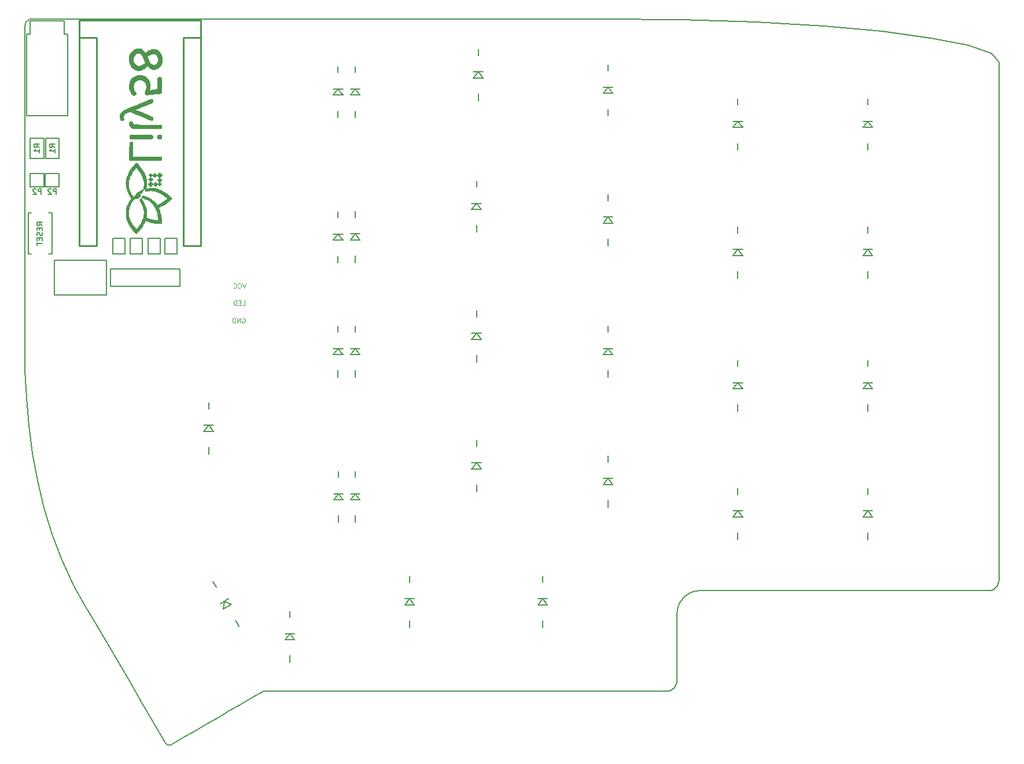
<source format=gbo>
G04 #@! TF.GenerationSoftware,KiCad,Pcbnew,(6.0.8-1)-1*
G04 #@! TF.CreationDate,2023-02-22T14:27:57+02:00*
G04 #@! TF.ProjectId,Lily58,4c696c79-3538-42e6-9b69-6361645f7063,rev?*
G04 #@! TF.SameCoordinates,Original*
G04 #@! TF.FileFunction,Legend,Bot*
G04 #@! TF.FilePolarity,Positive*
%FSLAX46Y46*%
G04 Gerber Fmt 4.6, Leading zero omitted, Abs format (unit mm)*
G04 Created by KiCad (PCBNEW (6.0.8-1)-1) date 2023-02-22 14:27:57*
%MOMM*%
%LPD*%
G01*
G04 APERTURE LIST*
G04 #@! TA.AperFunction,Profile*
%ADD10C,0.200000*%
G04 #@! TD*
%ADD11C,0.125000*%
%ADD12C,0.150000*%
%ADD13C,0.010000*%
%ADD14C,0.250000*%
G04 APERTURE END LIST*
D10*
X224900000Y-42700000D02*
X225460000Y-43436755D01*
D11*
X115233333Y-75816666D02*
X115000000Y-76516666D01*
X114766666Y-75816666D01*
X114133333Y-76450000D02*
X114166666Y-76483333D01*
X114266666Y-76516666D01*
X114333333Y-76516666D01*
X114433333Y-76483333D01*
X114500000Y-76416666D01*
X114533333Y-76350000D01*
X114566666Y-76216666D01*
X114566666Y-76116666D01*
X114533333Y-75983333D01*
X114500000Y-75916666D01*
X114433333Y-75850000D01*
X114333333Y-75816666D01*
X114266666Y-75816666D01*
X114166666Y-75850000D01*
X114133333Y-75883333D01*
X113433333Y-76450000D02*
X113466666Y-76483333D01*
X113566666Y-76516666D01*
X113633333Y-76516666D01*
X113733333Y-76483333D01*
X113800000Y-76416666D01*
X113833333Y-76350000D01*
X113866666Y-76216666D01*
X113866666Y-76116666D01*
X113833333Y-75983333D01*
X113800000Y-75916666D01*
X113733333Y-75850000D01*
X113633333Y-75816666D01*
X113566666Y-75816666D01*
X113466666Y-75850000D01*
X113433333Y-75883333D01*
X114750000Y-79016666D02*
X115083333Y-79016666D01*
X115083333Y-78316666D01*
X114516666Y-78650000D02*
X114283333Y-78650000D01*
X114183333Y-79016666D02*
X114516666Y-79016666D01*
X114516666Y-78316666D01*
X114183333Y-78316666D01*
X113883333Y-79016666D02*
X113883333Y-78316666D01*
X113716666Y-78316666D01*
X113616666Y-78350000D01*
X113550000Y-78416666D01*
X113516666Y-78483333D01*
X113483333Y-78616666D01*
X113483333Y-78716666D01*
X113516666Y-78850000D01*
X113550000Y-78916666D01*
X113616666Y-78983333D01*
X113716666Y-79016666D01*
X113883333Y-79016666D01*
X114733333Y-80950000D02*
X114800000Y-80916666D01*
X114900000Y-80916666D01*
X115000000Y-80950000D01*
X115066666Y-81016666D01*
X115100000Y-81083333D01*
X115133333Y-81216666D01*
X115133333Y-81316666D01*
X115100000Y-81450000D01*
X115066666Y-81516666D01*
X115000000Y-81583333D01*
X114900000Y-81616666D01*
X114833333Y-81616666D01*
X114733333Y-81583333D01*
X114700000Y-81550000D01*
X114700000Y-81316666D01*
X114833333Y-81316666D01*
X114400000Y-81616666D02*
X114400000Y-80916666D01*
X114000000Y-81616666D01*
X114000000Y-80916666D01*
X113666666Y-81616666D02*
X113666666Y-80916666D01*
X113500000Y-80916666D01*
X113400000Y-80950000D01*
X113333333Y-81016666D01*
X113300000Y-81083333D01*
X113266666Y-81216666D01*
X113266666Y-81316666D01*
X113300000Y-81450000D01*
X113333333Y-81516666D01*
X113400000Y-81583333D01*
X113500000Y-81616666D01*
X113666666Y-81616666D01*
D10*
X82937528Y-50750629D02*
X82937528Y-44443695D01*
X82937528Y-57057562D02*
X82937528Y-50750629D01*
X115211711Y-37086762D02*
X104803877Y-37086762D01*
X218692418Y-120789735D02*
X223959999Y-120789735D01*
X213424836Y-120789735D02*
X218692418Y-120789735D01*
X208157255Y-120789735D02*
X213424836Y-120789735D01*
X202889673Y-120789735D02*
X208157255Y-120789735D01*
X197622092Y-120789735D02*
X202889673Y-120789735D01*
X192354511Y-120789735D02*
X197622092Y-120789735D01*
X187086929Y-120789735D02*
X192354511Y-120789735D01*
X181819348Y-120789735D02*
X187086929Y-120789735D01*
X181113524Y-120860778D02*
X181819348Y-120789735D01*
X180456326Y-121064561D02*
X181113524Y-120860778D01*
X179861773Y-121387065D02*
X180456326Y-121064561D01*
X179343884Y-121814271D02*
X179861773Y-121387065D01*
X178916678Y-122332160D02*
X179343884Y-121814271D01*
X178594174Y-122926713D02*
X178916678Y-122332160D01*
X178390391Y-123583911D02*
X178594174Y-122926713D01*
X178319348Y-124289735D02*
X178390391Y-123583911D01*
X199807654Y-38170488D02*
X189919538Y-37585374D01*
X208420758Y-38945561D02*
X199807654Y-38170488D01*
X215525697Y-39885159D02*
X208420758Y-38945561D01*
X220889319Y-40963847D02*
X215525697Y-39885159D01*
X178989563Y-37215654D02*
X167250881Y-37086762D01*
X189919538Y-37585374D02*
X178989563Y-37215654D01*
X177658308Y-135255660D02*
X177403500Y-135393876D01*
X177880261Y-135072571D02*
X177658308Y-135255660D01*
X178063349Y-134850619D02*
X177880261Y-135072571D01*
X178201565Y-134595810D02*
X178063349Y-134850619D01*
X178288901Y-134314154D02*
X178201565Y-134595810D01*
X178319348Y-134011658D02*
X178288901Y-134314154D01*
X225460000Y-52918378D02*
X225460000Y-62400000D01*
X225460000Y-43436755D02*
X225460000Y-52918378D01*
X82937528Y-69671429D02*
X82937528Y-63364495D01*
X82937528Y-75978362D02*
X82937528Y-69671429D01*
X82937528Y-82285296D02*
X82937528Y-75978362D01*
X82937528Y-88592229D02*
X82937528Y-82285296D01*
X104807833Y-37086762D02*
X94400000Y-37086762D01*
X125619545Y-37086762D02*
X115211711Y-37086762D01*
X136027379Y-37086762D02*
X125619545Y-37086762D01*
X146435213Y-37086762D02*
X136027379Y-37086762D01*
X156843047Y-37086762D02*
X146435213Y-37086762D01*
X167250881Y-37086762D02*
X156843047Y-37086762D01*
X83400937Y-37265961D02*
X83579303Y-37169210D01*
X83245570Y-37394123D02*
X83400937Y-37265961D01*
X83117409Y-37549489D02*
X83245570Y-37394123D01*
X83020657Y-37727855D02*
X83117409Y-37549489D01*
X82959523Y-37925015D02*
X83020657Y-37727855D01*
X82938210Y-38136762D02*
X82959523Y-37925015D01*
X83776462Y-37108075D02*
X83988210Y-37086762D01*
X83579303Y-37169210D02*
X83776462Y-37108075D01*
X94396044Y-37086762D02*
X83988210Y-37086762D01*
X82937528Y-63364495D02*
X82937528Y-57057562D01*
X82937528Y-44443695D02*
X82937528Y-38136762D01*
X88291758Y-116318073D02*
X89993333Y-119989540D01*
X86863105Y-112530670D02*
X88291758Y-116318073D01*
X85688004Y-108649127D02*
X86863105Y-112530670D01*
X84747083Y-104695246D02*
X85688004Y-108649127D01*
X84020972Y-100690825D02*
X84747083Y-104695246D01*
X83490297Y-96657663D02*
X84020972Y-100690825D01*
X83135690Y-92617561D02*
X83490297Y-96657663D01*
X82937777Y-88592317D02*
X83135690Y-92617561D01*
X104288864Y-143357278D02*
X104456758Y-143271756D01*
X104130206Y-143404468D02*
X104288864Y-143357278D01*
X103981252Y-143413974D02*
X104130206Y-143404468D01*
X103842470Y-143386445D02*
X103981252Y-143413974D01*
X103714328Y-143322532D02*
X103842470Y-143386445D01*
X103597295Y-143222884D02*
X103714328Y-143322532D01*
X103491837Y-143088150D02*
X103597295Y-143222884D01*
X103398425Y-142918979D02*
X103491837Y-143088150D01*
X116186619Y-136480784D02*
X117862313Y-135510645D01*
X114510925Y-137450923D02*
X116186619Y-136480784D01*
X112835230Y-138421062D02*
X114510925Y-137450923D01*
X111159536Y-139391201D02*
X112835230Y-138421062D01*
X109483841Y-140361340D02*
X111159536Y-139391201D01*
X107808147Y-141331479D02*
X109483841Y-140361340D01*
X106132452Y-142301617D02*
X107808147Y-141331479D01*
X104456758Y-143271756D02*
X106132452Y-142301617D01*
X101722730Y-140052659D02*
X103398425Y-142918979D01*
X100047036Y-137186340D02*
X101722730Y-140052659D01*
X98371341Y-134320020D02*
X100047036Y-137186340D01*
X96695647Y-131453701D02*
X98371341Y-134320020D01*
X95019952Y-128587381D02*
X96695647Y-131453701D01*
X93344258Y-125721062D02*
X95019952Y-128587381D01*
X91668563Y-122854742D02*
X93344258Y-125721062D01*
X89992869Y-119988423D02*
X91668563Y-122854742D01*
X169449826Y-135511658D02*
X176819348Y-135511658D01*
X162080304Y-135511658D02*
X169449826Y-135511658D01*
X154710782Y-135511658D02*
X162080304Y-135511658D01*
X147341260Y-135511658D02*
X154710782Y-135511658D01*
X139971738Y-135511658D02*
X147341260Y-135511658D01*
X132602217Y-135511658D02*
X139971738Y-135511658D01*
X125232695Y-135511658D02*
X132602217Y-135511658D01*
X117863173Y-135511658D02*
X125232695Y-135511658D01*
X178319348Y-132816013D02*
X178319348Y-134011658D01*
X178319348Y-131597973D02*
X178319348Y-132816013D01*
X178319348Y-130379933D02*
X178319348Y-131597973D01*
X178319348Y-129161894D02*
X178319348Y-130379933D01*
X178319348Y-127943854D02*
X178319348Y-129161894D01*
X178319348Y-126725814D02*
X178319348Y-127943854D01*
X178319348Y-125507775D02*
X178319348Y-126725814D01*
X178319348Y-124289735D02*
X178319348Y-125507775D01*
X177121844Y-135481211D02*
X176819348Y-135511658D01*
X177403500Y-135393876D02*
X177121844Y-135481211D01*
X224278471Y-42156190D02*
X220889319Y-40963847D01*
X224900000Y-42700000D02*
X224278471Y-42156190D01*
X224262495Y-120759288D02*
X223959999Y-120789735D01*
X224544152Y-120671952D02*
X224262495Y-120759288D01*
X224798960Y-120533736D02*
X224544152Y-120671952D01*
X225020912Y-120350648D02*
X224798960Y-120533736D01*
X225204001Y-120128696D02*
X225020912Y-120350648D01*
X225342217Y-119873887D02*
X225204001Y-120128696D01*
X225429552Y-119592231D02*
X225342217Y-119873887D01*
X225459999Y-119289735D02*
X225429552Y-119592231D01*
X225460000Y-109808112D02*
X225460000Y-119289735D01*
X225460000Y-100326490D02*
X225460000Y-109808112D01*
X225460000Y-90844867D02*
X225460000Y-100326490D01*
X225460000Y-81363245D02*
X225460000Y-90844867D01*
X225460000Y-71881623D02*
X225460000Y-81363245D01*
X225460000Y-62400000D02*
X225460000Y-71881623D01*
D12*
X85461904Y-67338095D02*
X85080952Y-67071428D01*
X85461904Y-66880952D02*
X84661904Y-66880952D01*
X84661904Y-67185714D01*
X84700000Y-67261904D01*
X84738095Y-67300000D01*
X84814285Y-67338095D01*
X84928571Y-67338095D01*
X85004761Y-67300000D01*
X85042857Y-67261904D01*
X85080952Y-67185714D01*
X85080952Y-66880952D01*
X85042857Y-67680952D02*
X85042857Y-67947619D01*
X85461904Y-68061904D02*
X85461904Y-67680952D01*
X84661904Y-67680952D01*
X84661904Y-68061904D01*
X85423809Y-68366666D02*
X85461904Y-68480952D01*
X85461904Y-68671428D01*
X85423809Y-68747619D01*
X85385714Y-68785714D01*
X85309523Y-68823809D01*
X85233333Y-68823809D01*
X85157142Y-68785714D01*
X85119047Y-68747619D01*
X85080952Y-68671428D01*
X85042857Y-68519047D01*
X85004761Y-68442857D01*
X84966666Y-68404761D01*
X84890476Y-68366666D01*
X84814285Y-68366666D01*
X84738095Y-68404761D01*
X84700000Y-68442857D01*
X84661904Y-68519047D01*
X84661904Y-68709523D01*
X84700000Y-68823809D01*
X85042857Y-69166666D02*
X85042857Y-69433333D01*
X85461904Y-69547619D02*
X85461904Y-69166666D01*
X84661904Y-69166666D01*
X84661904Y-69547619D01*
X84661904Y-69776190D02*
X84661904Y-70233333D01*
X85461904Y-70004761D02*
X84661904Y-70004761D01*
X85061904Y-55905938D02*
X84680952Y-55639272D01*
X85061904Y-55448795D02*
X84261904Y-55448795D01*
X84261904Y-55753557D01*
X84300000Y-55829748D01*
X84338095Y-55867843D01*
X84414285Y-55905938D01*
X84528571Y-55905938D01*
X84604761Y-55867843D01*
X84642857Y-55829748D01*
X84680952Y-55753557D01*
X84680952Y-55448795D01*
X85061904Y-56667843D02*
X85061904Y-56210700D01*
X85061904Y-56439272D02*
X84261904Y-56439272D01*
X84376190Y-56363081D01*
X84452380Y-56286891D01*
X84490476Y-56210700D01*
X87311904Y-55905938D02*
X86930952Y-55639272D01*
X87311904Y-55448795D02*
X86511904Y-55448795D01*
X86511904Y-55753557D01*
X86550000Y-55829748D01*
X86588095Y-55867843D01*
X86664285Y-55905938D01*
X86778571Y-55905938D01*
X86854761Y-55867843D01*
X86892857Y-55829748D01*
X86930952Y-55753557D01*
X86930952Y-55448795D01*
X87311904Y-56667843D02*
X87311904Y-56210700D01*
X87311904Y-56439272D02*
X86511904Y-56439272D01*
X86626190Y-56363081D01*
X86702380Y-56286891D01*
X86740476Y-56210700D01*
X87490476Y-62761904D02*
X87490476Y-61961904D01*
X87185714Y-61961904D01*
X87109523Y-62000000D01*
X87071428Y-62038095D01*
X87033333Y-62114285D01*
X87033333Y-62228571D01*
X87071428Y-62304761D01*
X87109523Y-62342857D01*
X87185714Y-62380952D01*
X87490476Y-62380952D01*
X86728571Y-62038095D02*
X86690476Y-62000000D01*
X86614285Y-61961904D01*
X86423809Y-61961904D01*
X86347619Y-62000000D01*
X86309523Y-62038095D01*
X86271428Y-62114285D01*
X86271428Y-62190476D01*
X86309523Y-62304761D01*
X86766666Y-62761904D01*
X86271428Y-62761904D01*
X85290476Y-62761904D02*
X85290476Y-61961904D01*
X84985714Y-61961904D01*
X84909523Y-62000000D01*
X84871428Y-62038095D01*
X84833333Y-62114285D01*
X84833333Y-62228571D01*
X84871428Y-62304761D01*
X84909523Y-62342857D01*
X84985714Y-62380952D01*
X85290476Y-62380952D01*
X84528571Y-62038095D02*
X84490476Y-62000000D01*
X84414285Y-61961904D01*
X84223809Y-61961904D01*
X84147619Y-62000000D01*
X84109523Y-62038095D01*
X84071428Y-62114285D01*
X84071428Y-62190476D01*
X84109523Y-62304761D01*
X84566666Y-62761904D01*
X84071428Y-62761904D01*
X83150000Y-39300000D02*
X83650000Y-39300000D01*
X89150000Y-39300000D02*
X89150000Y-51300000D01*
X89150000Y-51300000D02*
X83150000Y-51300000D01*
X83150000Y-51300000D02*
X83150000Y-39300000D01*
X83650000Y-39300000D02*
X83650000Y-37400000D01*
X83700000Y-37400000D02*
X88650000Y-37400000D01*
X89150000Y-39300000D02*
X88650000Y-39300000D01*
X88650000Y-39300000D02*
X88650000Y-37400000D01*
G36*
X102872856Y-61266583D02*
G01*
X102747799Y-61392958D01*
X102727146Y-61413544D01*
X102669877Y-61467552D01*
X102625265Y-61505197D01*
X102601579Y-61519334D01*
X102599853Y-61519072D01*
X102572268Y-61501688D01*
X102525496Y-61462459D01*
X102468624Y-61408932D01*
X102461006Y-61401356D01*
X102408235Y-61345695D01*
X102370960Y-61300868D01*
X102356834Y-61275978D01*
X102358503Y-61270671D01*
X102381318Y-61238447D01*
X102425274Y-61188225D01*
X102483209Y-61128368D01*
X102609585Y-61003312D01*
X102872856Y-61266583D01*
G37*
D13*
X102872856Y-61266583D02*
X102747799Y-61392958D01*
X102727146Y-61413544D01*
X102669877Y-61467552D01*
X102625265Y-61505197D01*
X102601579Y-61519334D01*
X102599853Y-61519072D01*
X102572268Y-61501688D01*
X102525496Y-61462459D01*
X102468624Y-61408932D01*
X102461006Y-61401356D01*
X102408235Y-61345695D01*
X102370960Y-61300868D01*
X102356834Y-61275978D01*
X102358503Y-61270671D01*
X102381318Y-61238447D01*
X102425274Y-61188225D01*
X102483209Y-61128368D01*
X102609585Y-61003312D01*
X102872856Y-61266583D01*
G36*
X102592918Y-60377245D02*
G01*
X102625946Y-60397836D01*
X102676914Y-60439504D01*
X102737430Y-60494197D01*
X102799104Y-60553861D01*
X102853545Y-60610443D01*
X102892363Y-60655891D01*
X102907167Y-60682152D01*
X102905791Y-60686823D01*
X102883670Y-60718007D01*
X102840831Y-60766934D01*
X102785429Y-60825389D01*
X102725623Y-60885156D01*
X102669570Y-60938018D01*
X102625426Y-60975761D01*
X102601349Y-60990167D01*
X102591436Y-60985607D01*
X102554912Y-60957467D01*
X102500793Y-60909344D01*
X102436740Y-60847860D01*
X102401521Y-60811935D01*
X102345921Y-60750511D01*
X102307606Y-60701734D01*
X102293334Y-60673804D01*
X102304552Y-60648738D01*
X102340291Y-60601800D01*
X102392191Y-60543862D01*
X102451609Y-60483635D01*
X102509900Y-60429831D01*
X102558420Y-60391160D01*
X102588524Y-60376334D01*
X102592918Y-60377245D01*
G37*
X102592918Y-60377245D02*
X102625946Y-60397836D01*
X102676914Y-60439504D01*
X102737430Y-60494197D01*
X102799104Y-60553861D01*
X102853545Y-60610443D01*
X102892363Y-60655891D01*
X102907167Y-60682152D01*
X102905791Y-60686823D01*
X102883670Y-60718007D01*
X102840831Y-60766934D01*
X102785429Y-60825389D01*
X102725623Y-60885156D01*
X102669570Y-60938018D01*
X102625426Y-60975761D01*
X102601349Y-60990167D01*
X102591436Y-60985607D01*
X102554912Y-60957467D01*
X102500793Y-60909344D01*
X102436740Y-60847860D01*
X102401521Y-60811935D01*
X102345921Y-60750511D01*
X102307606Y-60701734D01*
X102293334Y-60673804D01*
X102304552Y-60648738D01*
X102340291Y-60601800D01*
X102392191Y-60543862D01*
X102451609Y-60483635D01*
X102509900Y-60429831D01*
X102558420Y-60391160D01*
X102588524Y-60376334D01*
X102592918Y-60377245D01*
G36*
X102682875Y-54073097D02*
G01*
X102765835Y-54083505D01*
X102820987Y-54099634D01*
X102859596Y-54123417D01*
X102884822Y-54153089D01*
X102899197Y-54197592D01*
X102905665Y-54266076D01*
X102907167Y-54367694D01*
X102907102Y-54393179D01*
X102904833Y-54471551D01*
X102897275Y-54522344D01*
X102881658Y-54557313D01*
X102855213Y-54588213D01*
X102828442Y-54611916D01*
X102798556Y-54627222D01*
X102756031Y-54635723D01*
X102690972Y-54639384D01*
X102593484Y-54640167D01*
X102544418Y-54639956D01*
X102458775Y-54637347D01*
X102401042Y-54630464D01*
X102361231Y-54617691D01*
X102329355Y-54597412D01*
X102288636Y-54553841D01*
X102265883Y-54507454D01*
X102254175Y-54417684D01*
X102256142Y-54303178D01*
X102277026Y-54205036D01*
X102314883Y-54131221D01*
X102367771Y-54089699D01*
X102408944Y-54079308D01*
X102490251Y-54070687D01*
X102586288Y-54068721D01*
X102682875Y-54073097D01*
G37*
X102682875Y-54073097D02*
X102765835Y-54083505D01*
X102820987Y-54099634D01*
X102859596Y-54123417D01*
X102884822Y-54153089D01*
X102899197Y-54197592D01*
X102905665Y-54266076D01*
X102907167Y-54367694D01*
X102907102Y-54393179D01*
X102904833Y-54471551D01*
X102897275Y-54522344D01*
X102881658Y-54557313D01*
X102855213Y-54588213D01*
X102828442Y-54611916D01*
X102798556Y-54627222D01*
X102756031Y-54635723D01*
X102690972Y-54639384D01*
X102593484Y-54640167D01*
X102544418Y-54639956D01*
X102458775Y-54637347D01*
X102401042Y-54630464D01*
X102361231Y-54617691D01*
X102329355Y-54597412D01*
X102288636Y-54553841D01*
X102265883Y-54507454D01*
X102254175Y-54417684D01*
X102256142Y-54303178D01*
X102277026Y-54205036D01*
X102314883Y-54131221D01*
X102367771Y-54089699D01*
X102408944Y-54079308D01*
X102490251Y-54070687D01*
X102586288Y-54068721D01*
X102682875Y-54073097D01*
G36*
X102600833Y-59593405D02*
G01*
X102627250Y-59611072D01*
X102674086Y-59651565D01*
X102733962Y-59707542D01*
X102799498Y-59771659D01*
X102863316Y-59836574D01*
X102918036Y-59894943D01*
X102956280Y-59939425D01*
X102970667Y-59962674D01*
X102970430Y-59964166D01*
X102952763Y-59990583D01*
X102912269Y-60037419D01*
X102856293Y-60097295D01*
X102792175Y-60162831D01*
X102727260Y-60226649D01*
X102668891Y-60281369D01*
X102624410Y-60319613D01*
X102601160Y-60334000D01*
X102580612Y-60321409D01*
X102536334Y-60284231D01*
X102475521Y-60228385D01*
X102404901Y-60159843D01*
X102339709Y-60093457D01*
X102282668Y-60032189D01*
X102244043Y-59986968D01*
X102229834Y-59964493D01*
X102230071Y-59963002D01*
X102247738Y-59936584D01*
X102288232Y-59889748D01*
X102344208Y-59829873D01*
X102408326Y-59764336D01*
X102473241Y-59700518D01*
X102531610Y-59645798D01*
X102576091Y-59607555D01*
X102599341Y-59593167D01*
X102600833Y-59593405D01*
G37*
X102600833Y-59593405D02*
X102627250Y-59611072D01*
X102674086Y-59651565D01*
X102733962Y-59707542D01*
X102799498Y-59771659D01*
X102863316Y-59836574D01*
X102918036Y-59894943D01*
X102956280Y-59939425D01*
X102970667Y-59962674D01*
X102970430Y-59964166D01*
X102952763Y-59990583D01*
X102912269Y-60037419D01*
X102856293Y-60097295D01*
X102792175Y-60162831D01*
X102727260Y-60226649D01*
X102668891Y-60281369D01*
X102624410Y-60319613D01*
X102601160Y-60334000D01*
X102580612Y-60321409D01*
X102536334Y-60284231D01*
X102475521Y-60228385D01*
X102404901Y-60159843D01*
X102339709Y-60093457D01*
X102282668Y-60032189D01*
X102244043Y-59986968D01*
X102229834Y-59964493D01*
X102230071Y-59963002D01*
X102247738Y-59936584D01*
X102288232Y-59889748D01*
X102344208Y-59829873D01*
X102408326Y-59764336D01*
X102473241Y-59700518D01*
X102531610Y-59645798D01*
X102576091Y-59607555D01*
X102599341Y-59593167D01*
X102600833Y-59593405D01*
G36*
X102000251Y-60969912D02*
G01*
X102033279Y-60990503D01*
X102084247Y-61032171D01*
X102144763Y-61086864D01*
X102206437Y-61146528D01*
X102260879Y-61203110D01*
X102299697Y-61248558D01*
X102314500Y-61274818D01*
X102313124Y-61279490D01*
X102291004Y-61310674D01*
X102248164Y-61359601D01*
X102192763Y-61418056D01*
X102132957Y-61477823D01*
X102076903Y-61530685D01*
X102032759Y-61568427D01*
X102008683Y-61582834D01*
X101998770Y-61578273D01*
X101962245Y-61550134D01*
X101908126Y-61502010D01*
X101844073Y-61440527D01*
X101808854Y-61404602D01*
X101753254Y-61343178D01*
X101714940Y-61294401D01*
X101700667Y-61266471D01*
X101711886Y-61241405D01*
X101747624Y-61194466D01*
X101799524Y-61136528D01*
X101858942Y-61076301D01*
X101917233Y-61022497D01*
X101965753Y-60983827D01*
X101995858Y-60969000D01*
X102000251Y-60969912D01*
G37*
X102000251Y-60969912D02*
X102033279Y-60990503D01*
X102084247Y-61032171D01*
X102144763Y-61086864D01*
X102206437Y-61146528D01*
X102260879Y-61203110D01*
X102299697Y-61248558D01*
X102314500Y-61274818D01*
X102313124Y-61279490D01*
X102291004Y-61310674D01*
X102248164Y-61359601D01*
X102192763Y-61418056D01*
X102132957Y-61477823D01*
X102076903Y-61530685D01*
X102032759Y-61568427D01*
X102008683Y-61582834D01*
X101998770Y-61578273D01*
X101962245Y-61550134D01*
X101908126Y-61502010D01*
X101844073Y-61440527D01*
X101808854Y-61404602D01*
X101753254Y-61343178D01*
X101714940Y-61294401D01*
X101700667Y-61266471D01*
X101711886Y-61241405D01*
X101747624Y-61194466D01*
X101799524Y-61136528D01*
X101858942Y-61076301D01*
X101917233Y-61022497D01*
X101965753Y-60983827D01*
X101995858Y-60969000D01*
X102000251Y-60969912D01*
G36*
X101884156Y-59658044D02*
G01*
X101915340Y-59680164D01*
X101964268Y-59723004D01*
X102022723Y-59778405D01*
X102082489Y-59838211D01*
X102135352Y-59894264D01*
X102173094Y-59938408D01*
X102187500Y-59962485D01*
X102186124Y-59967156D01*
X102164004Y-59998340D01*
X102121164Y-60047268D01*
X102065763Y-60105723D01*
X102005957Y-60165489D01*
X101949903Y-60218352D01*
X101905759Y-60256094D01*
X101881683Y-60270500D01*
X101871770Y-60265940D01*
X101835245Y-60237800D01*
X101781126Y-60189677D01*
X101717073Y-60128193D01*
X101681098Y-60091813D01*
X101625863Y-60032809D01*
X101587828Y-59987896D01*
X101573667Y-59964683D01*
X101575044Y-59960011D01*
X101597164Y-59928827D01*
X101640004Y-59879900D01*
X101695405Y-59821445D01*
X101755211Y-59761678D01*
X101811264Y-59708816D01*
X101855408Y-59671074D01*
X101879485Y-59656667D01*
X101884156Y-59658044D01*
G37*
X101884156Y-59658044D02*
X101915340Y-59680164D01*
X101964268Y-59723004D01*
X102022723Y-59778405D01*
X102082489Y-59838211D01*
X102135352Y-59894264D01*
X102173094Y-59938408D01*
X102187500Y-59962485D01*
X102186124Y-59967156D01*
X102164004Y-59998340D01*
X102121164Y-60047268D01*
X102065763Y-60105723D01*
X102005957Y-60165489D01*
X101949903Y-60218352D01*
X101905759Y-60256094D01*
X101881683Y-60270500D01*
X101871770Y-60265940D01*
X101835245Y-60237800D01*
X101781126Y-60189677D01*
X101717073Y-60128193D01*
X101681098Y-60091813D01*
X101625863Y-60032809D01*
X101587828Y-59987896D01*
X101573667Y-59964683D01*
X101575044Y-59960011D01*
X101597164Y-59928827D01*
X101640004Y-59879900D01*
X101695405Y-59821445D01*
X101755211Y-59761678D01*
X101811264Y-59708816D01*
X101855408Y-59671074D01*
X101879485Y-59656667D01*
X101884156Y-59658044D01*
G36*
X101282511Y-59721657D02*
G01*
X101318319Y-59743775D01*
X101369263Y-59785278D01*
X101425689Y-59837020D01*
X101477945Y-59889853D01*
X101516378Y-59934627D01*
X101531334Y-59962195D01*
X101529856Y-59968309D01*
X101506930Y-60002555D01*
X101463657Y-60051395D01*
X101409619Y-60105545D01*
X101354397Y-60155719D01*
X101307571Y-60192633D01*
X101278722Y-60207000D01*
X101276588Y-60206798D01*
X101244119Y-60189670D01*
X101193640Y-60150381D01*
X101135124Y-60096599D01*
X101127392Y-60088911D01*
X101074674Y-60033506D01*
X101037442Y-59989195D01*
X101023334Y-59964972D01*
X101024812Y-59958859D01*
X101047738Y-59924613D01*
X101091010Y-59875772D01*
X101145048Y-59821623D01*
X101200271Y-59771449D01*
X101247097Y-59734535D01*
X101275945Y-59720167D01*
X101282511Y-59721657D01*
G37*
X101282511Y-59721657D02*
X101318319Y-59743775D01*
X101369263Y-59785278D01*
X101425689Y-59837020D01*
X101477945Y-59889853D01*
X101516378Y-59934627D01*
X101531334Y-59962195D01*
X101529856Y-59968309D01*
X101506930Y-60002555D01*
X101463657Y-60051395D01*
X101409619Y-60105545D01*
X101354397Y-60155719D01*
X101307571Y-60192633D01*
X101278722Y-60207000D01*
X101276588Y-60206798D01*
X101244119Y-60189670D01*
X101193640Y-60150381D01*
X101135124Y-60096599D01*
X101127392Y-60088911D01*
X101074674Y-60033506D01*
X101037442Y-59989195D01*
X101023334Y-59964972D01*
X101024812Y-59958859D01*
X101047738Y-59924613D01*
X101091010Y-59875772D01*
X101145048Y-59821623D01*
X101200271Y-59771449D01*
X101247097Y-59734535D01*
X101275945Y-59720167D01*
X101282511Y-59721657D01*
G36*
X101291490Y-60250710D02*
G01*
X101322674Y-60272831D01*
X101371601Y-60315670D01*
X101430056Y-60371072D01*
X101489823Y-60430878D01*
X101542685Y-60486931D01*
X101580427Y-60531075D01*
X101594834Y-60555152D01*
X101593457Y-60559823D01*
X101571337Y-60591007D01*
X101528497Y-60639934D01*
X101473096Y-60698389D01*
X101413290Y-60758156D01*
X101357237Y-60811018D01*
X101313093Y-60848761D01*
X101289016Y-60863167D01*
X101279103Y-60858607D01*
X101242579Y-60830467D01*
X101188459Y-60782344D01*
X101124407Y-60720860D01*
X101088431Y-60684480D01*
X101033196Y-60625475D01*
X100995162Y-60580562D01*
X100981000Y-60557349D01*
X100982377Y-60552678D01*
X101004497Y-60521494D01*
X101047337Y-60472567D01*
X101102738Y-60414112D01*
X101162544Y-60354345D01*
X101218598Y-60301483D01*
X101262742Y-60263740D01*
X101286818Y-60249334D01*
X101291490Y-60250710D01*
G37*
X101291490Y-60250710D02*
X101322674Y-60272831D01*
X101371601Y-60315670D01*
X101430056Y-60371072D01*
X101489823Y-60430878D01*
X101542685Y-60486931D01*
X101580427Y-60531075D01*
X101594834Y-60555152D01*
X101593457Y-60559823D01*
X101571337Y-60591007D01*
X101528497Y-60639934D01*
X101473096Y-60698389D01*
X101413290Y-60758156D01*
X101357237Y-60811018D01*
X101313093Y-60848761D01*
X101289016Y-60863167D01*
X101279103Y-60858607D01*
X101242579Y-60830467D01*
X101188459Y-60782344D01*
X101124407Y-60720860D01*
X101088431Y-60684480D01*
X101033196Y-60625475D01*
X100995162Y-60580562D01*
X100981000Y-60557349D01*
X100982377Y-60552678D01*
X101004497Y-60521494D01*
X101047337Y-60472567D01*
X101102738Y-60414112D01*
X101162544Y-60354345D01*
X101218598Y-60301483D01*
X101262742Y-60263740D01*
X101286818Y-60249334D01*
X101291490Y-60250710D01*
G36*
X101288499Y-60905738D02*
G01*
X101314917Y-60923405D01*
X101361753Y-60963898D01*
X101421628Y-61019875D01*
X101487165Y-61083992D01*
X101550983Y-61148907D01*
X101605703Y-61207277D01*
X101643946Y-61251758D01*
X101658334Y-61275008D01*
X101658096Y-61276499D01*
X101640429Y-61302917D01*
X101599936Y-61349753D01*
X101543959Y-61409628D01*
X101479842Y-61475165D01*
X101414927Y-61538983D01*
X101356558Y-61593703D01*
X101312076Y-61631946D01*
X101288827Y-61646334D01*
X101268279Y-61633743D01*
X101224001Y-61596564D01*
X101163188Y-61540718D01*
X101092568Y-61472176D01*
X101027375Y-61405790D01*
X100970335Y-61344522D01*
X100931709Y-61299302D01*
X100917500Y-61276827D01*
X100917738Y-61275335D01*
X100935405Y-61248918D01*
X100975898Y-61202082D01*
X101031875Y-61142206D01*
X101095992Y-61076670D01*
X101160907Y-61012852D01*
X101219277Y-60958132D01*
X101263758Y-60919888D01*
X101287008Y-60905500D01*
X101288499Y-60905738D01*
G37*
X101288499Y-60905738D02*
X101314917Y-60923405D01*
X101361753Y-60963898D01*
X101421628Y-61019875D01*
X101487165Y-61083992D01*
X101550983Y-61148907D01*
X101605703Y-61207277D01*
X101643946Y-61251758D01*
X101658334Y-61275008D01*
X101658096Y-61276499D01*
X101640429Y-61302917D01*
X101599936Y-61349753D01*
X101543959Y-61409628D01*
X101479842Y-61475165D01*
X101414927Y-61538983D01*
X101356558Y-61593703D01*
X101312076Y-61631946D01*
X101288827Y-61646334D01*
X101268279Y-61633743D01*
X101224001Y-61596564D01*
X101163188Y-61540718D01*
X101092568Y-61472176D01*
X101027375Y-61405790D01*
X100970335Y-61344522D01*
X100931709Y-61299302D01*
X100917500Y-61276827D01*
X100917738Y-61275335D01*
X100935405Y-61248918D01*
X100975898Y-61202082D01*
X101031875Y-61142206D01*
X101095992Y-61076670D01*
X101160907Y-61012852D01*
X101219277Y-60958132D01*
X101263758Y-60919888D01*
X101287008Y-60905500D01*
X101288499Y-60905738D01*
G36*
X101532962Y-54151706D02*
G01*
X101556102Y-54176389D01*
X101581114Y-54215703D01*
X101592277Y-54265176D01*
X101594834Y-54340828D01*
X101593021Y-54397127D01*
X101585382Y-54471767D01*
X101573802Y-54523396D01*
X101571046Y-54530642D01*
X101562382Y-54551247D01*
X101551366Y-54569090D01*
X101535143Y-54584371D01*
X101510857Y-54597288D01*
X101475651Y-54608040D01*
X101426671Y-54616826D01*
X101361059Y-54623843D01*
X101275961Y-54629291D01*
X101168520Y-54633368D01*
X101035881Y-54636273D01*
X100875187Y-54638205D01*
X100683584Y-54639361D01*
X100458215Y-54639941D01*
X100196224Y-54640144D01*
X99894756Y-54640167D01*
X99575215Y-54639916D01*
X99284949Y-54639115D01*
X99034858Y-54637748D01*
X98823848Y-54635800D01*
X98650823Y-54633252D01*
X98514687Y-54630091D01*
X98414345Y-54626298D01*
X98348700Y-54621859D01*
X98316659Y-54616755D01*
X98260644Y-54584335D01*
X98217930Y-54537380D01*
X98209039Y-54518240D01*
X98193919Y-54444274D01*
X98192808Y-54335990D01*
X98197431Y-54263696D01*
X98207166Y-54209289D01*
X98225833Y-54172516D01*
X98257809Y-54140199D01*
X98316361Y-54089834D01*
X101471090Y-54089834D01*
X101532962Y-54151706D01*
G37*
X101532962Y-54151706D02*
X101556102Y-54176389D01*
X101581114Y-54215703D01*
X101592277Y-54265176D01*
X101594834Y-54340828D01*
X101593021Y-54397127D01*
X101585382Y-54471767D01*
X101573802Y-54523396D01*
X101571046Y-54530642D01*
X101562382Y-54551247D01*
X101551366Y-54569090D01*
X101535143Y-54584371D01*
X101510857Y-54597288D01*
X101475651Y-54608040D01*
X101426671Y-54616826D01*
X101361059Y-54623843D01*
X101275961Y-54629291D01*
X101168520Y-54633368D01*
X101035881Y-54636273D01*
X100875187Y-54638205D01*
X100683584Y-54639361D01*
X100458215Y-54639941D01*
X100196224Y-54640144D01*
X99894756Y-54640167D01*
X99575215Y-54639916D01*
X99284949Y-54639115D01*
X99034858Y-54637748D01*
X98823848Y-54635800D01*
X98650823Y-54633252D01*
X98514687Y-54630091D01*
X98414345Y-54626298D01*
X98348700Y-54621859D01*
X98316659Y-54616755D01*
X98260644Y-54584335D01*
X98217930Y-54537380D01*
X98209039Y-54518240D01*
X98193919Y-54444274D01*
X98192808Y-54335990D01*
X98197431Y-54263696D01*
X98207166Y-54209289D01*
X98225833Y-54172516D01*
X98257809Y-54140199D01*
X98316361Y-54089834D01*
X101471090Y-54089834D01*
X101532962Y-54151706D01*
G36*
X98551172Y-55117902D02*
G01*
X98625029Y-55156905D01*
X98684417Y-55207977D01*
X98690301Y-56225412D01*
X98696184Y-57242848D01*
X100750596Y-57248549D01*
X102805009Y-57254250D01*
X102856088Y-57313639D01*
X102881224Y-57347524D01*
X102897669Y-57388296D01*
X102905301Y-57445307D01*
X102907167Y-57531560D01*
X102907164Y-57536777D01*
X102905357Y-57619637D01*
X102898132Y-57673221D01*
X102882435Y-57709900D01*
X102855213Y-57742046D01*
X102803258Y-57794000D01*
X98310744Y-57794000D01*
X98185999Y-57669255D01*
X98191791Y-56438619D01*
X98197584Y-55207983D01*
X98256972Y-55156909D01*
X98279877Y-55140462D01*
X98362347Y-55109680D01*
X98458195Y-55102160D01*
X98551172Y-55117902D01*
G37*
X98551172Y-55117902D02*
X98625029Y-55156905D01*
X98684417Y-55207977D01*
X98690301Y-56225412D01*
X98696184Y-57242848D01*
X100750596Y-57248549D01*
X102805009Y-57254250D01*
X102856088Y-57313639D01*
X102881224Y-57347524D01*
X102897669Y-57388296D01*
X102905301Y-57445307D01*
X102907167Y-57531560D01*
X102907164Y-57536777D01*
X102905357Y-57619637D01*
X102898132Y-57673221D01*
X102882435Y-57709900D01*
X102855213Y-57742046D01*
X102803258Y-57794000D01*
X98310744Y-57794000D01*
X98185999Y-57669255D01*
X98191791Y-56438619D01*
X98197584Y-55207983D01*
X98256972Y-55156909D01*
X98279877Y-55140462D01*
X98362347Y-55109680D01*
X98458195Y-55102160D01*
X98551172Y-55117902D01*
G36*
X98476784Y-52122231D02*
G01*
X98536252Y-52128466D01*
X98575453Y-52143642D01*
X98607482Y-52171215D01*
X98612325Y-52176728D01*
X98646316Y-52235176D01*
X98667075Y-52303507D01*
X98687718Y-52390850D01*
X98734793Y-52479553D01*
X98806484Y-52539017D01*
X98812272Y-52541970D01*
X98827804Y-52548004D01*
X98849113Y-52553337D01*
X98878812Y-52558032D01*
X98919511Y-52562150D01*
X98973820Y-52565753D01*
X99044352Y-52568902D01*
X99133717Y-52571659D01*
X99244527Y-52574086D01*
X99379392Y-52576244D01*
X99540923Y-52578195D01*
X99731732Y-52580001D01*
X99954430Y-52581723D01*
X100211627Y-52583422D01*
X100505935Y-52585161D01*
X100839966Y-52587000D01*
X102805014Y-52597584D01*
X102856091Y-52656972D01*
X102875156Y-52681436D01*
X102895285Y-52722808D01*
X102904783Y-52778170D01*
X102907167Y-52861616D01*
X102906527Y-52924190D01*
X102901176Y-52999426D01*
X102887455Y-53048282D01*
X102861884Y-53080636D01*
X102820987Y-53106367D01*
X102806493Y-53111581D01*
X102781989Y-53116320D01*
X102745281Y-53120454D01*
X102693860Y-53124022D01*
X102625215Y-53127062D01*
X102536834Y-53129614D01*
X102426207Y-53131714D01*
X102290823Y-53133402D01*
X102128170Y-53134716D01*
X101935739Y-53135694D01*
X101711019Y-53136375D01*
X101451497Y-53136798D01*
X101154665Y-53137000D01*
X100818010Y-53137021D01*
X100521621Y-53136947D01*
X100211854Y-53136736D01*
X99939441Y-53136283D01*
X99701698Y-53135473D01*
X99495940Y-53134193D01*
X99319483Y-53132331D01*
X99169642Y-53129771D01*
X99043733Y-53126402D01*
X98939071Y-53122109D01*
X98852971Y-53116778D01*
X98782749Y-53110297D01*
X98725720Y-53102551D01*
X98679201Y-53093428D01*
X98640505Y-53082814D01*
X98606950Y-53070594D01*
X98575850Y-53056657D01*
X98544520Y-53040887D01*
X98435851Y-52967283D01*
X98328128Y-52854270D01*
X98242858Y-52718862D01*
X98187752Y-52571212D01*
X98179237Y-52518409D01*
X98173338Y-52434689D01*
X98173026Y-52346329D01*
X98180519Y-52256284D01*
X98202092Y-52187687D01*
X98244312Y-52146577D01*
X98314127Y-52126583D01*
X98418489Y-52121334D01*
X98476784Y-52122231D01*
G37*
X98476784Y-52122231D02*
X98536252Y-52128466D01*
X98575453Y-52143642D01*
X98607482Y-52171215D01*
X98612325Y-52176728D01*
X98646316Y-52235176D01*
X98667075Y-52303507D01*
X98687718Y-52390850D01*
X98734793Y-52479553D01*
X98806484Y-52539017D01*
X98812272Y-52541970D01*
X98827804Y-52548004D01*
X98849113Y-52553337D01*
X98878812Y-52558032D01*
X98919511Y-52562150D01*
X98973820Y-52565753D01*
X99044352Y-52568902D01*
X99133717Y-52571659D01*
X99244527Y-52574086D01*
X99379392Y-52576244D01*
X99540923Y-52578195D01*
X99731732Y-52580001D01*
X99954430Y-52581723D01*
X100211627Y-52583422D01*
X100505935Y-52585161D01*
X100839966Y-52587000D01*
X102805014Y-52597584D01*
X102856091Y-52656972D01*
X102875156Y-52681436D01*
X102895285Y-52722808D01*
X102904783Y-52778170D01*
X102907167Y-52861616D01*
X102906527Y-52924190D01*
X102901176Y-52999426D01*
X102887455Y-53048282D01*
X102861884Y-53080636D01*
X102820987Y-53106367D01*
X102806493Y-53111581D01*
X102781989Y-53116320D01*
X102745281Y-53120454D01*
X102693860Y-53124022D01*
X102625215Y-53127062D01*
X102536834Y-53129614D01*
X102426207Y-53131714D01*
X102290823Y-53133402D01*
X102128170Y-53134716D01*
X101935739Y-53135694D01*
X101711019Y-53136375D01*
X101451497Y-53136798D01*
X101154665Y-53137000D01*
X100818010Y-53137021D01*
X100521621Y-53136947D01*
X100211854Y-53136736D01*
X99939441Y-53136283D01*
X99701698Y-53135473D01*
X99495940Y-53134193D01*
X99319483Y-53132331D01*
X99169642Y-53129771D01*
X99043733Y-53126402D01*
X98939071Y-53122109D01*
X98852971Y-53116778D01*
X98782749Y-53110297D01*
X98725720Y-53102551D01*
X98679201Y-53093428D01*
X98640505Y-53082814D01*
X98606950Y-53070594D01*
X98575850Y-53056657D01*
X98544520Y-53040887D01*
X98435851Y-52967283D01*
X98328128Y-52854270D01*
X98242858Y-52718862D01*
X98187752Y-52571212D01*
X98179237Y-52518409D01*
X98173338Y-52434689D01*
X98173026Y-52346329D01*
X98180519Y-52256284D01*
X98202092Y-52187687D01*
X98244312Y-52146577D01*
X98314127Y-52126583D01*
X98418489Y-52121334D01*
X98476784Y-52122231D01*
G36*
X101442611Y-44413882D02*
G01*
X101255914Y-44335373D01*
X101084842Y-44220453D01*
X100933634Y-44069927D01*
X100919588Y-44053186D01*
X100869458Y-43995772D01*
X100831229Y-43955565D01*
X100812265Y-43940417D01*
X100805031Y-43944971D01*
X100774292Y-43974551D01*
X100726743Y-44025568D01*
X100669154Y-44090903D01*
X100635774Y-44128647D01*
X100452308Y-44303797D01*
X100254884Y-44443340D01*
X100047116Y-44547005D01*
X99832620Y-44614523D01*
X99615008Y-44645621D01*
X99584450Y-44644834D01*
X99397896Y-44640030D01*
X99184897Y-44597478D01*
X98979626Y-44517696D01*
X98785697Y-44400412D01*
X98606723Y-44245356D01*
X98517351Y-44142952D01*
X98393097Y-43957031D01*
X98290793Y-43747264D01*
X98214880Y-43523311D01*
X98169797Y-43294834D01*
X98158093Y-43193920D01*
X98150179Y-43096053D01*
X98149548Y-43048009D01*
X98737031Y-43048009D01*
X98759454Y-43248535D01*
X98819536Y-43437160D01*
X98915876Y-43609205D01*
X99047072Y-43759988D01*
X99092812Y-43800164D01*
X99247341Y-43902508D01*
X99412345Y-43965882D01*
X99584450Y-43990783D01*
X99760285Y-43977709D01*
X99936476Y-43927156D01*
X100109652Y-43839622D01*
X100276440Y-43715604D01*
X100433467Y-43555599D01*
X100531517Y-43440143D01*
X100384157Y-43097614D01*
X100375579Y-43077708D01*
X100280696Y-42863351D01*
X100196153Y-42685102D01*
X100146967Y-42591534D01*
X100770308Y-42591534D01*
X100775227Y-42606246D01*
X100794537Y-42654813D01*
X100825867Y-42730386D01*
X100866428Y-42826257D01*
X100913430Y-42935715D01*
X100948113Y-43014778D01*
X101047022Y-43225178D01*
X101140555Y-43398096D01*
X101231465Y-43536437D01*
X101322504Y-43643107D01*
X101416425Y-43721008D01*
X101515979Y-43773046D01*
X101623921Y-43802126D01*
X101743000Y-43811152D01*
X101805206Y-43808837D01*
X101952312Y-43779811D01*
X102080257Y-43715254D01*
X102195616Y-43612278D01*
X102213777Y-43591226D01*
X102300367Y-43455786D01*
X102358945Y-43299152D01*
X102389851Y-43129166D01*
X102393424Y-42953667D01*
X102370003Y-42780495D01*
X102319927Y-42617490D01*
X102243536Y-42472492D01*
X102141167Y-42353340D01*
X102070922Y-42297324D01*
X101950179Y-42232647D01*
X101812197Y-42196954D01*
X101647750Y-42187138D01*
X101491830Y-42200723D01*
X101284620Y-42255785D01*
X101079015Y-42353094D01*
X100874934Y-42492680D01*
X100824824Y-42534246D01*
X100785148Y-42571444D01*
X100770308Y-42591534D01*
X100146967Y-42591534D01*
X100119420Y-42539131D01*
X100047966Y-42421607D01*
X99979261Y-42328701D01*
X99910777Y-42256584D01*
X99839982Y-42201426D01*
X99764346Y-42159397D01*
X99720986Y-42141499D01*
X99575358Y-42109750D01*
X99423267Y-42114667D01*
X99272391Y-42154505D01*
X99130404Y-42227519D01*
X99004983Y-42331966D01*
X98962876Y-42380423D01*
X98875989Y-42510542D01*
X98805561Y-42657483D01*
X98760653Y-42803751D01*
X98753670Y-42840263D01*
X98737031Y-43048009D01*
X98149548Y-43048009D01*
X98149035Y-43008978D01*
X98154550Y-42915731D01*
X98166617Y-42799347D01*
X98187696Y-42660488D01*
X98255641Y-42405745D01*
X98358182Y-42171220D01*
X98493745Y-41960172D01*
X98660757Y-41775857D01*
X98831208Y-41641569D01*
X99020612Y-41537979D01*
X99220469Y-41468842D01*
X99425343Y-41435045D01*
X99629801Y-41437476D01*
X99828407Y-41477023D01*
X100015725Y-41554572D01*
X100075769Y-41592156D01*
X100176341Y-41671407D01*
X100280536Y-41769136D01*
X100377356Y-41874769D01*
X100455802Y-41977729D01*
X100495672Y-42035244D01*
X100522699Y-42065384D01*
X100541704Y-42069812D01*
X100559936Y-42053824D01*
X100576276Y-42035530D01*
X100656527Y-41964480D01*
X100765490Y-41886696D01*
X100894188Y-41807171D01*
X101033649Y-41730899D01*
X101174896Y-41662872D01*
X101308956Y-41608083D01*
X101426853Y-41571526D01*
X101534107Y-41552186D01*
X101694458Y-41539783D01*
X101857081Y-41542671D01*
X102001250Y-41561220D01*
X102187726Y-41618336D01*
X102371699Y-41715672D01*
X102535887Y-41847344D01*
X102676329Y-42010136D01*
X102789062Y-42200830D01*
X102828627Y-42286225D01*
X102882290Y-42419349D01*
X102919533Y-42544717D01*
X102943007Y-42674750D01*
X102955361Y-42821871D01*
X102959246Y-42998500D01*
X102959236Y-43029781D01*
X102953607Y-43221237D01*
X102936691Y-43383885D01*
X102906274Y-43528717D01*
X102860143Y-43666726D01*
X102796085Y-43808906D01*
X102701787Y-43965010D01*
X102580172Y-44112352D01*
X102442621Y-44237081D01*
X102298517Y-44329384D01*
X102260807Y-44347676D01*
X102054029Y-44422876D01*
X101845910Y-44458440D01*
X101743000Y-44456801D01*
X101640690Y-44455173D01*
X101442611Y-44413882D01*
G37*
X101442611Y-44413882D02*
X101255914Y-44335373D01*
X101084842Y-44220453D01*
X100933634Y-44069927D01*
X100919588Y-44053186D01*
X100869458Y-43995772D01*
X100831229Y-43955565D01*
X100812265Y-43940417D01*
X100805031Y-43944971D01*
X100774292Y-43974551D01*
X100726743Y-44025568D01*
X100669154Y-44090903D01*
X100635774Y-44128647D01*
X100452308Y-44303797D01*
X100254884Y-44443340D01*
X100047116Y-44547005D01*
X99832620Y-44614523D01*
X99615008Y-44645621D01*
X99584450Y-44644834D01*
X99397896Y-44640030D01*
X99184897Y-44597478D01*
X98979626Y-44517696D01*
X98785697Y-44400412D01*
X98606723Y-44245356D01*
X98517351Y-44142952D01*
X98393097Y-43957031D01*
X98290793Y-43747264D01*
X98214880Y-43523311D01*
X98169797Y-43294834D01*
X98158093Y-43193920D01*
X98150179Y-43096053D01*
X98149548Y-43048009D01*
X98737031Y-43048009D01*
X98759454Y-43248535D01*
X98819536Y-43437160D01*
X98915876Y-43609205D01*
X99047072Y-43759988D01*
X99092812Y-43800164D01*
X99247341Y-43902508D01*
X99412345Y-43965882D01*
X99584450Y-43990783D01*
X99760285Y-43977709D01*
X99936476Y-43927156D01*
X100109652Y-43839622D01*
X100276440Y-43715604D01*
X100433467Y-43555599D01*
X100531517Y-43440143D01*
X100384157Y-43097614D01*
X100375579Y-43077708D01*
X100280696Y-42863351D01*
X100196153Y-42685102D01*
X100146967Y-42591534D01*
X100770308Y-42591534D01*
X100775227Y-42606246D01*
X100794537Y-42654813D01*
X100825867Y-42730386D01*
X100866428Y-42826257D01*
X100913430Y-42935715D01*
X100948113Y-43014778D01*
X101047022Y-43225178D01*
X101140555Y-43398096D01*
X101231465Y-43536437D01*
X101322504Y-43643107D01*
X101416425Y-43721008D01*
X101515979Y-43773046D01*
X101623921Y-43802126D01*
X101743000Y-43811152D01*
X101805206Y-43808837D01*
X101952312Y-43779811D01*
X102080257Y-43715254D01*
X102195616Y-43612278D01*
X102213777Y-43591226D01*
X102300367Y-43455786D01*
X102358945Y-43299152D01*
X102389851Y-43129166D01*
X102393424Y-42953667D01*
X102370003Y-42780495D01*
X102319927Y-42617490D01*
X102243536Y-42472492D01*
X102141167Y-42353340D01*
X102070922Y-42297324D01*
X101950179Y-42232647D01*
X101812197Y-42196954D01*
X101647750Y-42187138D01*
X101491830Y-42200723D01*
X101284620Y-42255785D01*
X101079015Y-42353094D01*
X100874934Y-42492680D01*
X100824824Y-42534246D01*
X100785148Y-42571444D01*
X100770308Y-42591534D01*
X100146967Y-42591534D01*
X100119420Y-42539131D01*
X100047966Y-42421607D01*
X99979261Y-42328701D01*
X99910777Y-42256584D01*
X99839982Y-42201426D01*
X99764346Y-42159397D01*
X99720986Y-42141499D01*
X99575358Y-42109750D01*
X99423267Y-42114667D01*
X99272391Y-42154505D01*
X99130404Y-42227519D01*
X99004983Y-42331966D01*
X98962876Y-42380423D01*
X98875989Y-42510542D01*
X98805561Y-42657483D01*
X98760653Y-42803751D01*
X98753670Y-42840263D01*
X98737031Y-43048009D01*
X98149548Y-43048009D01*
X98149035Y-43008978D01*
X98154550Y-42915731D01*
X98166617Y-42799347D01*
X98187696Y-42660488D01*
X98255641Y-42405745D01*
X98358182Y-42171220D01*
X98493745Y-41960172D01*
X98660757Y-41775857D01*
X98831208Y-41641569D01*
X99020612Y-41537979D01*
X99220469Y-41468842D01*
X99425343Y-41435045D01*
X99629801Y-41437476D01*
X99828407Y-41477023D01*
X100015725Y-41554572D01*
X100075769Y-41592156D01*
X100176341Y-41671407D01*
X100280536Y-41769136D01*
X100377356Y-41874769D01*
X100455802Y-41977729D01*
X100495672Y-42035244D01*
X100522699Y-42065384D01*
X100541704Y-42069812D01*
X100559936Y-42053824D01*
X100576276Y-42035530D01*
X100656527Y-41964480D01*
X100765490Y-41886696D01*
X100894188Y-41807171D01*
X101033649Y-41730899D01*
X101174896Y-41662872D01*
X101308956Y-41608083D01*
X101426853Y-41571526D01*
X101534107Y-41552186D01*
X101694458Y-41539783D01*
X101857081Y-41542671D01*
X102001250Y-41561220D01*
X102187726Y-41618336D01*
X102371699Y-41715672D01*
X102535887Y-41847344D01*
X102676329Y-42010136D01*
X102789062Y-42200830D01*
X102828627Y-42286225D01*
X102882290Y-42419349D01*
X102919533Y-42544717D01*
X102943007Y-42674750D01*
X102955361Y-42821871D01*
X102959246Y-42998500D01*
X102959236Y-43029781D01*
X102953607Y-43221237D01*
X102936691Y-43383885D01*
X102906274Y-43528717D01*
X102860143Y-43666726D01*
X102796085Y-43808906D01*
X102701787Y-43965010D01*
X102580172Y-44112352D01*
X102442621Y-44237081D01*
X102298517Y-44329384D01*
X102260807Y-44347676D01*
X102054029Y-44422876D01*
X101845910Y-44458440D01*
X101743000Y-44456801D01*
X101640690Y-44455173D01*
X101442611Y-44413882D01*
G36*
X99823542Y-45338519D02*
G01*
X99920238Y-45340778D01*
X99995629Y-45346579D01*
X100060851Y-45357282D01*
X100127044Y-45374251D01*
X100205345Y-45398847D01*
X100273316Y-45422981D01*
X100492239Y-45528584D01*
X100687774Y-45667279D01*
X100857533Y-45835928D01*
X100999131Y-46031395D01*
X101110181Y-46250543D01*
X101188296Y-46490232D01*
X101231090Y-46747327D01*
X101239235Y-46946880D01*
X101218114Y-47180978D01*
X101161547Y-47395124D01*
X101158834Y-47402618D01*
X101134777Y-47471322D01*
X101118814Y-47520952D01*
X101114280Y-47541206D01*
X101115024Y-47541318D01*
X101142668Y-47539350D01*
X101206143Y-47533230D01*
X101300094Y-47523521D01*
X101419165Y-47510785D01*
X101558003Y-47495584D01*
X101711250Y-47478482D01*
X102303917Y-47411750D01*
X102314500Y-46586250D01*
X102315164Y-46535834D01*
X102318595Y-46314196D01*
X102322421Y-46131723D01*
X102326754Y-45985786D01*
X102331705Y-45873757D01*
X102337386Y-45793005D01*
X102343907Y-45740903D01*
X102351380Y-45714821D01*
X102365050Y-45696488D01*
X102424606Y-45656977D01*
X102507669Y-45632715D01*
X102602396Y-45624138D01*
X102696945Y-45631683D01*
X102779472Y-45655785D01*
X102838136Y-45696882D01*
X102886000Y-45752528D01*
X102886001Y-46821226D01*
X102886001Y-47889925D01*
X102836480Y-47939445D01*
X102834305Y-47941637D01*
X102822042Y-47954096D01*
X102809560Y-47964787D01*
X102793370Y-47974222D01*
X102769979Y-47982914D01*
X102735898Y-47991377D01*
X102687636Y-48000122D01*
X102621703Y-48009662D01*
X102534607Y-48020510D01*
X102422859Y-48033178D01*
X102282967Y-48048180D01*
X102111442Y-48066028D01*
X101904792Y-48087234D01*
X101659526Y-48112312D01*
X101577573Y-48120691D01*
X101364613Y-48142360D01*
X101188579Y-48159968D01*
X101045609Y-48173745D01*
X100931841Y-48183922D01*
X100843415Y-48190727D01*
X100776468Y-48194391D01*
X100727138Y-48195142D01*
X100691565Y-48193212D01*
X100665886Y-48188829D01*
X100646241Y-48182223D01*
X100628766Y-48173624D01*
X100618901Y-48167918D01*
X100551451Y-48102967D01*
X100503068Y-48006810D01*
X100477739Y-47887016D01*
X100475960Y-47848519D01*
X100482756Y-47786265D01*
X100503869Y-47711498D01*
X100542197Y-47611850D01*
X100598242Y-47463602D01*
X100636767Y-47325663D01*
X100657294Y-47191573D01*
X100663188Y-47045584D01*
X100651412Y-46871181D01*
X100605363Y-46666616D01*
X100526502Y-46481732D01*
X100416968Y-46320283D01*
X100278900Y-46186022D01*
X100114438Y-46082704D01*
X100072206Y-46062427D01*
X100018861Y-46040045D01*
X99968439Y-46026043D01*
X99909628Y-46018465D01*
X99831114Y-46015353D01*
X99721584Y-46014750D01*
X99682414Y-46014812D01*
X99581822Y-46016307D01*
X99508928Y-46021088D01*
X99452610Y-46030849D01*
X99401746Y-46047285D01*
X99345215Y-46072090D01*
X99343500Y-46072896D01*
X99187439Y-46168904D01*
X99049822Y-46297938D01*
X98935915Y-46452852D01*
X98850982Y-46626501D01*
X98800288Y-46811737D01*
X98782625Y-46986885D01*
X98796280Y-47202190D01*
X98850881Y-47409848D01*
X98946851Y-47611335D01*
X99084610Y-47808127D01*
X99145221Y-47888286D01*
X99186270Y-47964978D01*
X99194479Y-48030953D01*
X99168558Y-48093556D01*
X99107220Y-48160133D01*
X99009174Y-48238029D01*
X98944192Y-48282903D01*
X98867129Y-48321695D01*
X98802314Y-48329542D01*
X98740379Y-48306896D01*
X98671958Y-48254205D01*
X98639586Y-48223643D01*
X98505489Y-48066618D01*
X98387370Y-47878194D01*
X98288889Y-47665987D01*
X98213707Y-47437609D01*
X98165485Y-47200676D01*
X98153566Y-47013534D01*
X98165520Y-46804205D01*
X98199527Y-46590004D01*
X98253324Y-46385109D01*
X98324648Y-46203700D01*
X98438842Y-46002169D01*
X98594512Y-45804731D01*
X98779022Y-45638276D01*
X98992418Y-45502762D01*
X99234750Y-45398146D01*
X99292693Y-45378756D01*
X99356184Y-45360988D01*
X99419014Y-45349415D01*
X99491928Y-45342689D01*
X99585675Y-45339460D01*
X99711000Y-45338381D01*
X99823542Y-45338519D01*
G37*
X99823542Y-45338519D02*
X99920238Y-45340778D01*
X99995629Y-45346579D01*
X100060851Y-45357282D01*
X100127044Y-45374251D01*
X100205345Y-45398847D01*
X100273316Y-45422981D01*
X100492239Y-45528584D01*
X100687774Y-45667279D01*
X100857533Y-45835928D01*
X100999131Y-46031395D01*
X101110181Y-46250543D01*
X101188296Y-46490232D01*
X101231090Y-46747327D01*
X101239235Y-46946880D01*
X101218114Y-47180978D01*
X101161547Y-47395124D01*
X101158834Y-47402618D01*
X101134777Y-47471322D01*
X101118814Y-47520952D01*
X101114280Y-47541206D01*
X101115024Y-47541318D01*
X101142668Y-47539350D01*
X101206143Y-47533230D01*
X101300094Y-47523521D01*
X101419165Y-47510785D01*
X101558003Y-47495584D01*
X101711250Y-47478482D01*
X102303917Y-47411750D01*
X102314500Y-46586250D01*
X102315164Y-46535834D01*
X102318595Y-46314196D01*
X102322421Y-46131723D01*
X102326754Y-45985786D01*
X102331705Y-45873757D01*
X102337386Y-45793005D01*
X102343907Y-45740903D01*
X102351380Y-45714821D01*
X102365050Y-45696488D01*
X102424606Y-45656977D01*
X102507669Y-45632715D01*
X102602396Y-45624138D01*
X102696945Y-45631683D01*
X102779472Y-45655785D01*
X102838136Y-45696882D01*
X102886000Y-45752528D01*
X102886001Y-46821226D01*
X102886001Y-47889925D01*
X102836480Y-47939445D01*
X102834305Y-47941637D01*
X102822042Y-47954096D01*
X102809560Y-47964787D01*
X102793370Y-47974222D01*
X102769979Y-47982914D01*
X102735898Y-47991377D01*
X102687636Y-48000122D01*
X102621703Y-48009662D01*
X102534607Y-48020510D01*
X102422859Y-48033178D01*
X102282967Y-48048180D01*
X102111442Y-48066028D01*
X101904792Y-48087234D01*
X101659526Y-48112312D01*
X101577573Y-48120691D01*
X101364613Y-48142360D01*
X101188579Y-48159968D01*
X101045609Y-48173745D01*
X100931841Y-48183922D01*
X100843415Y-48190727D01*
X100776468Y-48194391D01*
X100727138Y-48195142D01*
X100691565Y-48193212D01*
X100665886Y-48188829D01*
X100646241Y-48182223D01*
X100628766Y-48173624D01*
X100618901Y-48167918D01*
X100551451Y-48102967D01*
X100503068Y-48006810D01*
X100477739Y-47887016D01*
X100475960Y-47848519D01*
X100482756Y-47786265D01*
X100503869Y-47711498D01*
X100542197Y-47611850D01*
X100598242Y-47463602D01*
X100636767Y-47325663D01*
X100657294Y-47191573D01*
X100663188Y-47045584D01*
X100651412Y-46871181D01*
X100605363Y-46666616D01*
X100526502Y-46481732D01*
X100416968Y-46320283D01*
X100278900Y-46186022D01*
X100114438Y-46082704D01*
X100072206Y-46062427D01*
X100018861Y-46040045D01*
X99968439Y-46026043D01*
X99909628Y-46018465D01*
X99831114Y-46015353D01*
X99721584Y-46014750D01*
X99682414Y-46014812D01*
X99581822Y-46016307D01*
X99508928Y-46021088D01*
X99452610Y-46030849D01*
X99401746Y-46047285D01*
X99345215Y-46072090D01*
X99343500Y-46072896D01*
X99187439Y-46168904D01*
X99049822Y-46297938D01*
X98935915Y-46452852D01*
X98850982Y-46626501D01*
X98800288Y-46811737D01*
X98782625Y-46986885D01*
X98796280Y-47202190D01*
X98850881Y-47409848D01*
X98946851Y-47611335D01*
X99084610Y-47808127D01*
X99145221Y-47888286D01*
X99186270Y-47964978D01*
X99194479Y-48030953D01*
X99168558Y-48093556D01*
X99107220Y-48160133D01*
X99009174Y-48238029D01*
X98944192Y-48282903D01*
X98867129Y-48321695D01*
X98802314Y-48329542D01*
X98740379Y-48306896D01*
X98671958Y-48254205D01*
X98639586Y-48223643D01*
X98505489Y-48066618D01*
X98387370Y-47878194D01*
X98288889Y-47665987D01*
X98213707Y-47437609D01*
X98165485Y-47200676D01*
X98153566Y-47013534D01*
X98165520Y-46804205D01*
X98199527Y-46590004D01*
X98253324Y-46385109D01*
X98324648Y-46203700D01*
X98438842Y-46002169D01*
X98594512Y-45804731D01*
X98779022Y-45638276D01*
X98992418Y-45502762D01*
X99234750Y-45398146D01*
X99292693Y-45378756D01*
X99356184Y-45360988D01*
X99419014Y-45349415D01*
X99491928Y-45342689D01*
X99585675Y-45339460D01*
X99711000Y-45338381D01*
X99823542Y-45338519D01*
G36*
X99205933Y-68578417D02*
G01*
X99043840Y-68419667D01*
X98925588Y-68297548D01*
X98749796Y-68095767D01*
X98573403Y-67871736D01*
X98404169Y-67635925D01*
X98249851Y-67398801D01*
X98118211Y-67170834D01*
X98051246Y-67038527D01*
X97932189Y-66763044D01*
X97831208Y-66474169D01*
X97752866Y-66185695D01*
X97701723Y-65911417D01*
X97693175Y-65827481D01*
X97687118Y-65671146D01*
X97688213Y-65588498D01*
X98065468Y-65588498D01*
X98073957Y-65763314D01*
X98092839Y-65910256D01*
X98151861Y-66150478D01*
X98240712Y-66409038D01*
X98355497Y-66676353D01*
X98492494Y-66943757D01*
X98647980Y-67202584D01*
X98664984Y-67228341D01*
X98730345Y-67322437D01*
X98807509Y-67427999D01*
X98890466Y-67537334D01*
X98973209Y-67642746D01*
X99049730Y-67736541D01*
X99114021Y-67811022D01*
X99160075Y-67858495D01*
X99206881Y-67900573D01*
X99290229Y-67805579D01*
X99333431Y-67754555D01*
X99411737Y-67656830D01*
X99500509Y-67541570D01*
X99592273Y-67418818D01*
X99679556Y-67298620D01*
X99754882Y-67191017D01*
X99810779Y-67106055D01*
X99817122Y-67095816D01*
X99985395Y-66794686D01*
X100123749Y-66486728D01*
X100230055Y-66178086D01*
X100302186Y-65874906D01*
X100338014Y-65583334D01*
X100338878Y-65567864D01*
X100333999Y-65279811D01*
X100290925Y-64979776D01*
X100210741Y-64671228D01*
X100094529Y-64357633D01*
X99943375Y-64042459D01*
X99758362Y-63729173D01*
X99727284Y-63679911D01*
X99684757Y-63605749D01*
X99662577Y-63556016D01*
X99663118Y-63535545D01*
X99686404Y-63522296D01*
X99734030Y-63488854D01*
X99792750Y-63443821D01*
X99897557Y-63360373D01*
X99970100Y-63461145D01*
X100035786Y-63555895D01*
X100196795Y-63818857D01*
X100344254Y-64103213D01*
X100472948Y-64397448D01*
X100577665Y-64690048D01*
X100653188Y-64969500D01*
X100661799Y-65014413D01*
X100678005Y-65138297D01*
X100690098Y-65287001D01*
X100697799Y-65449398D01*
X100700833Y-65614362D01*
X100698923Y-65770768D01*
X100691791Y-65907489D01*
X100679161Y-66013398D01*
X100649664Y-66178879D01*
X100725374Y-66217175D01*
X100846317Y-66270956D01*
X101015885Y-66331664D01*
X101210281Y-66389511D01*
X101420194Y-66442185D01*
X101636312Y-66487373D01*
X101849323Y-66522763D01*
X102049917Y-66546044D01*
X102127562Y-66553066D01*
X102224188Y-66562539D01*
X102302000Y-66570929D01*
X102405916Y-66583068D01*
X102392584Y-66353076D01*
X102372104Y-66126254D01*
X102333582Y-65861725D01*
X102281333Y-65596755D01*
X102218681Y-65350500D01*
X102125845Y-65068575D01*
X101984872Y-64742111D01*
X101816596Y-64447710D01*
X101620202Y-64184551D01*
X101394876Y-63951815D01*
X101139803Y-63748683D01*
X100854167Y-63574335D01*
X100537153Y-63427951D01*
X100187945Y-63308712D01*
X100143473Y-63295636D01*
X100067477Y-63272302D01*
X100013079Y-63254248D01*
X99989852Y-63244575D01*
X99993199Y-63231824D01*
X100013731Y-63192177D01*
X100046492Y-63136156D01*
X100084914Y-63074279D01*
X100122427Y-63017061D01*
X100152462Y-62975018D01*
X100168450Y-62958667D01*
X100168850Y-62958672D01*
X100203784Y-62966320D01*
X100270048Y-62986598D01*
X100359791Y-63016658D01*
X100465165Y-63053650D01*
X100578318Y-63094726D01*
X100691400Y-63137038D01*
X100796561Y-63177736D01*
X100885951Y-63213972D01*
X100951721Y-63242898D01*
X101232846Y-63395150D01*
X101517571Y-63590615D01*
X101781314Y-63815237D01*
X102017585Y-64063455D01*
X102219892Y-64329704D01*
X102222750Y-64330246D01*
X102253761Y-64320979D01*
X102311730Y-64297970D01*
X102388290Y-64264973D01*
X102475078Y-64225744D01*
X102563728Y-64184040D01*
X102645874Y-64143617D01*
X102713152Y-64108230D01*
X102723334Y-64102566D01*
X102960144Y-63960189D01*
X103205168Y-63794463D01*
X103443088Y-63616271D01*
X103658584Y-63436498D01*
X103743250Y-63361286D01*
X103648000Y-63275772D01*
X103643891Y-63272110D01*
X103587349Y-63224260D01*
X103507854Y-63159917D01*
X103415385Y-63087052D01*
X103319917Y-63013637D01*
X103255040Y-62965128D01*
X102919303Y-62737061D01*
X102587699Y-62550847D01*
X102259608Y-62406323D01*
X101934407Y-62303321D01*
X101611473Y-62241677D01*
X101290184Y-62221225D01*
X100969917Y-62241799D01*
X100650051Y-62303233D01*
X100628780Y-62308583D01*
X100555165Y-62325557D01*
X100501662Y-62335488D01*
X100478647Y-62336369D01*
X100478016Y-62333437D01*
X100484423Y-62301209D01*
X100501849Y-62242212D01*
X100527429Y-62166429D01*
X100535434Y-62143363D01*
X100558133Y-62070424D01*
X100570965Y-62016399D01*
X100571337Y-61991615D01*
X100568569Y-61989831D01*
X100533393Y-61990137D01*
X100470139Y-62005079D01*
X100387589Y-62032202D01*
X100294530Y-62069047D01*
X100244334Y-62094070D01*
X100202256Y-62132366D01*
X100176055Y-62189680D01*
X100158723Y-62238255D01*
X100127090Y-62317987D01*
X100091983Y-62399804D01*
X100090598Y-62402889D01*
X100061627Y-62463489D01*
X100033284Y-62506963D01*
X99996034Y-62542497D01*
X99940342Y-62579277D01*
X99856671Y-62626489D01*
X99829277Y-62641722D01*
X99730981Y-62698394D01*
X99635415Y-62756069D01*
X99559926Y-62804352D01*
X99440601Y-62884584D01*
X99628717Y-62877186D01*
X99675940Y-62875534D01*
X99757294Y-62875880D01*
X99802352Y-62885487D01*
X99815247Y-62908563D01*
X99800113Y-62949319D01*
X99761083Y-63011962D01*
X99719790Y-63071001D01*
X99609774Y-63195301D01*
X99488116Y-63283834D01*
X99347205Y-63341316D01*
X99179431Y-63372463D01*
X99140639Y-63377212D01*
X99008374Y-63406185D01*
X98895455Y-63456207D01*
X98794751Y-63532346D01*
X98742773Y-63590687D01*
X98699129Y-63639672D01*
X98601457Y-63783254D01*
X98520792Y-63918103D01*
X98354462Y-64234455D01*
X98225208Y-64543925D01*
X98130918Y-64851308D01*
X98126064Y-64871350D01*
X98097671Y-65027235D01*
X98077794Y-65207416D01*
X98066904Y-65398851D01*
X98065468Y-65588498D01*
X97688213Y-65588498D01*
X97689435Y-65496210D01*
X97699534Y-65316506D01*
X97716826Y-65145866D01*
X97740718Y-64998123D01*
X97759298Y-64914592D01*
X97830086Y-64663613D01*
X97923555Y-64401829D01*
X98034953Y-64139864D01*
X98159525Y-63888345D01*
X98292519Y-63657895D01*
X98429183Y-63459139D01*
X98497801Y-63369245D01*
X98351129Y-63148081D01*
X98243110Y-62976739D01*
X98063686Y-62645618D01*
X97916314Y-62306639D01*
X97802964Y-61965282D01*
X97725604Y-61627027D01*
X97686204Y-61297356D01*
X97685686Y-61286500D01*
X98061852Y-61286500D01*
X98070164Y-61490413D01*
X98102090Y-61738730D01*
X98160172Y-61983883D01*
X98246826Y-62235593D01*
X98364470Y-62503584D01*
X98390604Y-62556725D01*
X98444447Y-62660412D01*
X98503819Y-62769080D01*
X98564552Y-62875633D01*
X98622477Y-62972979D01*
X98673426Y-63054022D01*
X98713231Y-63111668D01*
X98737723Y-63138824D01*
X98742773Y-63140682D01*
X98781598Y-63139613D01*
X98837440Y-63127062D01*
X98880639Y-63110293D01*
X98914518Y-63083588D01*
X98946109Y-63037505D01*
X98984315Y-62962040D01*
X98985292Y-62959993D01*
X99045899Y-62852977D01*
X99124014Y-62751862D01*
X99223470Y-62653615D01*
X99348101Y-62555204D01*
X99501740Y-62453597D01*
X99688220Y-62345760D01*
X99911375Y-62228661D01*
X100207000Y-62079197D01*
X100244137Y-61957216D01*
X100284185Y-61800691D01*
X100323470Y-61548799D01*
X100338473Y-61284873D01*
X100328612Y-61022810D01*
X100293311Y-60776511D01*
X100214284Y-60479772D01*
X100095514Y-60167299D01*
X99940502Y-59849808D01*
X99751349Y-59531173D01*
X99530155Y-59215265D01*
X99279018Y-58905955D01*
X99205887Y-58821993D01*
X99159872Y-58863622D01*
X99134554Y-58889638D01*
X99086371Y-58943910D01*
X99025492Y-59015474D01*
X98959332Y-59095750D01*
X98760124Y-59358683D01*
X98565364Y-59656628D01*
X98398567Y-59958701D01*
X98262402Y-60259544D01*
X98159536Y-60553800D01*
X98092637Y-60836110D01*
X98084969Y-60887021D01*
X98072379Y-61010703D01*
X98064267Y-61149806D01*
X98061852Y-61286500D01*
X97685686Y-61286500D01*
X97683340Y-61237338D01*
X97692228Y-60928287D01*
X97738708Y-60608417D01*
X97821174Y-60281360D01*
X97938016Y-59950747D01*
X98087629Y-59620208D01*
X98268403Y-59293376D01*
X98478732Y-58973881D01*
X98717007Y-58665354D01*
X98981622Y-58371426D01*
X99203267Y-58143250D01*
X99385693Y-58333750D01*
X99605777Y-58577892D01*
X99842353Y-58875715D01*
X100056429Y-59184640D01*
X100243772Y-59498038D01*
X100400151Y-59809284D01*
X100521332Y-60111750D01*
X100567047Y-60247216D01*
X100614220Y-60400475D01*
X100648334Y-60535864D01*
X100671412Y-60665363D01*
X100685475Y-60800954D01*
X100692548Y-60954617D01*
X100694652Y-61138334D01*
X100694668Y-61156458D01*
X100693586Y-61320125D01*
X100689859Y-61450596D01*
X100682965Y-61556147D01*
X100672382Y-61645056D01*
X100657587Y-61725598D01*
X100651768Y-61752301D01*
X100633462Y-61833070D01*
X100618161Y-61896028D01*
X100608699Y-61929363D01*
X100609076Y-61941473D01*
X100629342Y-61945411D01*
X100677080Y-61938440D01*
X100758893Y-61920156D01*
X100836195Y-61902986D01*
X101164222Y-61856675D01*
X101499650Y-61850756D01*
X101840651Y-61884569D01*
X102185396Y-61957449D01*
X102532056Y-62068734D01*
X102878803Y-62217762D01*
X103223807Y-62403870D01*
X103565242Y-62626395D01*
X103901277Y-62884675D01*
X104230084Y-63178046D01*
X104420583Y-63360395D01*
X104230678Y-63544112D01*
X104135675Y-63633678D01*
X103847211Y-63880821D01*
X103541122Y-64109526D01*
X103225426Y-64314456D01*
X102908141Y-64490270D01*
X102597285Y-64631631D01*
X102424987Y-64700759D01*
X102485901Y-64836524D01*
X102518746Y-64913336D01*
X102595236Y-65119287D01*
X102668048Y-65351404D01*
X102734045Y-65598345D01*
X102790089Y-65848769D01*
X102833044Y-66091334D01*
X102839113Y-66135968D01*
X102851575Y-66252265D01*
X102863173Y-66390586D01*
X102872826Y-66537282D01*
X102879457Y-66678709D01*
X102892406Y-67043834D01*
X102820412Y-67046344D01*
X102814098Y-67046560D01*
X102406105Y-67041766D01*
X101987759Y-67001912D01*
X101569336Y-66928788D01*
X101161109Y-66824183D01*
X100773353Y-66689884D01*
X100768466Y-66687946D01*
X100676806Y-66652350D01*
X100601210Y-66624378D01*
X100549398Y-66606796D01*
X100529090Y-66602370D01*
X100522806Y-66616678D01*
X100503605Y-66663506D01*
X100475001Y-66734600D01*
X100440404Y-66821530D01*
X100347014Y-67033233D01*
X100201733Y-67306678D01*
X100027948Y-67586590D01*
X99830594Y-67865627D01*
X99614607Y-68136444D01*
X99384924Y-68391699D01*
X99206881Y-68577429D01*
X99205933Y-68578417D01*
G37*
X99205933Y-68578417D02*
X99043840Y-68419667D01*
X98925588Y-68297548D01*
X98749796Y-68095767D01*
X98573403Y-67871736D01*
X98404169Y-67635925D01*
X98249851Y-67398801D01*
X98118211Y-67170834D01*
X98051246Y-67038527D01*
X97932189Y-66763044D01*
X97831208Y-66474169D01*
X97752866Y-66185695D01*
X97701723Y-65911417D01*
X97693175Y-65827481D01*
X97687118Y-65671146D01*
X97688213Y-65588498D01*
X98065468Y-65588498D01*
X98073957Y-65763314D01*
X98092839Y-65910256D01*
X98151861Y-66150478D01*
X98240712Y-66409038D01*
X98355497Y-66676353D01*
X98492494Y-66943757D01*
X98647980Y-67202584D01*
X98664984Y-67228341D01*
X98730345Y-67322437D01*
X98807509Y-67427999D01*
X98890466Y-67537334D01*
X98973209Y-67642746D01*
X99049730Y-67736541D01*
X99114021Y-67811022D01*
X99160075Y-67858495D01*
X99206881Y-67900573D01*
X99290229Y-67805579D01*
X99333431Y-67754555D01*
X99411737Y-67656830D01*
X99500509Y-67541570D01*
X99592273Y-67418818D01*
X99679556Y-67298620D01*
X99754882Y-67191017D01*
X99810779Y-67106055D01*
X99817122Y-67095816D01*
X99985395Y-66794686D01*
X100123749Y-66486728D01*
X100230055Y-66178086D01*
X100302186Y-65874906D01*
X100338014Y-65583334D01*
X100338878Y-65567864D01*
X100333999Y-65279811D01*
X100290925Y-64979776D01*
X100210741Y-64671228D01*
X100094529Y-64357633D01*
X99943375Y-64042459D01*
X99758362Y-63729173D01*
X99727284Y-63679911D01*
X99684757Y-63605749D01*
X99662577Y-63556016D01*
X99663118Y-63535545D01*
X99686404Y-63522296D01*
X99734030Y-63488854D01*
X99792750Y-63443821D01*
X99897557Y-63360373D01*
X99970100Y-63461145D01*
X100035786Y-63555895D01*
X100196795Y-63818857D01*
X100344254Y-64103213D01*
X100472948Y-64397448D01*
X100577665Y-64690048D01*
X100653188Y-64969500D01*
X100661799Y-65014413D01*
X100678005Y-65138297D01*
X100690098Y-65287001D01*
X100697799Y-65449398D01*
X100700833Y-65614362D01*
X100698923Y-65770768D01*
X100691791Y-65907489D01*
X100679161Y-66013398D01*
X100649664Y-66178879D01*
X100725374Y-66217175D01*
X100846317Y-66270956D01*
X101015885Y-66331664D01*
X101210281Y-66389511D01*
X101420194Y-66442185D01*
X101636312Y-66487373D01*
X101849323Y-66522763D01*
X102049917Y-66546044D01*
X102127562Y-66553066D01*
X102224188Y-66562539D01*
X102302000Y-66570929D01*
X102405916Y-66583068D01*
X102392584Y-66353076D01*
X102372104Y-66126254D01*
X102333582Y-65861725D01*
X102281333Y-65596755D01*
X102218681Y-65350500D01*
X102125845Y-65068575D01*
X101984872Y-64742111D01*
X101816596Y-64447710D01*
X101620202Y-64184551D01*
X101394876Y-63951815D01*
X101139803Y-63748683D01*
X100854167Y-63574335D01*
X100537153Y-63427951D01*
X100187945Y-63308712D01*
X100143473Y-63295636D01*
X100067477Y-63272302D01*
X100013079Y-63254248D01*
X99989852Y-63244575D01*
X99993199Y-63231824D01*
X100013731Y-63192177D01*
X100046492Y-63136156D01*
X100084914Y-63074279D01*
X100122427Y-63017061D01*
X100152462Y-62975018D01*
X100168450Y-62958667D01*
X100168850Y-62958672D01*
X100203784Y-62966320D01*
X100270048Y-62986598D01*
X100359791Y-63016658D01*
X100465165Y-63053650D01*
X100578318Y-63094726D01*
X100691400Y-63137038D01*
X100796561Y-63177736D01*
X100885951Y-63213972D01*
X100951721Y-63242898D01*
X101232846Y-63395150D01*
X101517571Y-63590615D01*
X101781314Y-63815237D01*
X102017585Y-64063455D01*
X102219892Y-64329704D01*
X102222750Y-64330246D01*
X102253761Y-64320979D01*
X102311730Y-64297970D01*
X102388290Y-64264973D01*
X102475078Y-64225744D01*
X102563728Y-64184040D01*
X102645874Y-64143617D01*
X102713152Y-64108230D01*
X102723334Y-64102566D01*
X102960144Y-63960189D01*
X103205168Y-63794463D01*
X103443088Y-63616271D01*
X103658584Y-63436498D01*
X103743250Y-63361286D01*
X103648000Y-63275772D01*
X103643891Y-63272110D01*
X103587349Y-63224260D01*
X103507854Y-63159917D01*
X103415385Y-63087052D01*
X103319917Y-63013637D01*
X103255040Y-62965128D01*
X102919303Y-62737061D01*
X102587699Y-62550847D01*
X102259608Y-62406323D01*
X101934407Y-62303321D01*
X101611473Y-62241677D01*
X101290184Y-62221225D01*
X100969917Y-62241799D01*
X100650051Y-62303233D01*
X100628780Y-62308583D01*
X100555165Y-62325557D01*
X100501662Y-62335488D01*
X100478647Y-62336369D01*
X100478016Y-62333437D01*
X100484423Y-62301209D01*
X100501849Y-62242212D01*
X100527429Y-62166429D01*
X100535434Y-62143363D01*
X100558133Y-62070424D01*
X100570965Y-62016399D01*
X100571337Y-61991615D01*
X100568569Y-61989831D01*
X100533393Y-61990137D01*
X100470139Y-62005079D01*
X100387589Y-62032202D01*
X100294530Y-62069047D01*
X100244334Y-62094070D01*
X100202256Y-62132366D01*
X100176055Y-62189680D01*
X100158723Y-62238255D01*
X100127090Y-62317987D01*
X100091983Y-62399804D01*
X100090598Y-62402889D01*
X100061627Y-62463489D01*
X100033284Y-62506963D01*
X99996034Y-62542497D01*
X99940342Y-62579277D01*
X99856671Y-62626489D01*
X99829277Y-62641722D01*
X99730981Y-62698394D01*
X99635415Y-62756069D01*
X99559926Y-62804352D01*
X99440601Y-62884584D01*
X99628717Y-62877186D01*
X99675940Y-62875534D01*
X99757294Y-62875880D01*
X99802352Y-62885487D01*
X99815247Y-62908563D01*
X99800113Y-62949319D01*
X99761083Y-63011962D01*
X99719790Y-63071001D01*
X99609774Y-63195301D01*
X99488116Y-63283834D01*
X99347205Y-63341316D01*
X99179431Y-63372463D01*
X99140639Y-63377212D01*
X99008374Y-63406185D01*
X98895455Y-63456207D01*
X98794751Y-63532346D01*
X98742773Y-63590687D01*
X98699129Y-63639672D01*
X98601457Y-63783254D01*
X98520792Y-63918103D01*
X98354462Y-64234455D01*
X98225208Y-64543925D01*
X98130918Y-64851308D01*
X98126064Y-64871350D01*
X98097671Y-65027235D01*
X98077794Y-65207416D01*
X98066904Y-65398851D01*
X98065468Y-65588498D01*
X97688213Y-65588498D01*
X97689435Y-65496210D01*
X97699534Y-65316506D01*
X97716826Y-65145866D01*
X97740718Y-64998123D01*
X97759298Y-64914592D01*
X97830086Y-64663613D01*
X97923555Y-64401829D01*
X98034953Y-64139864D01*
X98159525Y-63888345D01*
X98292519Y-63657895D01*
X98429183Y-63459139D01*
X98497801Y-63369245D01*
X98351129Y-63148081D01*
X98243110Y-62976739D01*
X98063686Y-62645618D01*
X97916314Y-62306639D01*
X97802964Y-61965282D01*
X97725604Y-61627027D01*
X97686204Y-61297356D01*
X97685686Y-61286500D01*
X98061852Y-61286500D01*
X98070164Y-61490413D01*
X98102090Y-61738730D01*
X98160172Y-61983883D01*
X98246826Y-62235593D01*
X98364470Y-62503584D01*
X98390604Y-62556725D01*
X98444447Y-62660412D01*
X98503819Y-62769080D01*
X98564552Y-62875633D01*
X98622477Y-62972979D01*
X98673426Y-63054022D01*
X98713231Y-63111668D01*
X98737723Y-63138824D01*
X98742773Y-63140682D01*
X98781598Y-63139613D01*
X98837440Y-63127062D01*
X98880639Y-63110293D01*
X98914518Y-63083588D01*
X98946109Y-63037505D01*
X98984315Y-62962040D01*
X98985292Y-62959993D01*
X99045899Y-62852977D01*
X99124014Y-62751862D01*
X99223470Y-62653615D01*
X99348101Y-62555204D01*
X99501740Y-62453597D01*
X99688220Y-62345760D01*
X99911375Y-62228661D01*
X100207000Y-62079197D01*
X100244137Y-61957216D01*
X100284185Y-61800691D01*
X100323470Y-61548799D01*
X100338473Y-61284873D01*
X100328612Y-61022810D01*
X100293311Y-60776511D01*
X100214284Y-60479772D01*
X100095514Y-60167299D01*
X99940502Y-59849808D01*
X99751349Y-59531173D01*
X99530155Y-59215265D01*
X99279018Y-58905955D01*
X99205887Y-58821993D01*
X99159872Y-58863622D01*
X99134554Y-58889638D01*
X99086371Y-58943910D01*
X99025492Y-59015474D01*
X98959332Y-59095750D01*
X98760124Y-59358683D01*
X98565364Y-59656628D01*
X98398567Y-59958701D01*
X98262402Y-60259544D01*
X98159536Y-60553800D01*
X98092637Y-60836110D01*
X98084969Y-60887021D01*
X98072379Y-61010703D01*
X98064267Y-61149806D01*
X98061852Y-61286500D01*
X97685686Y-61286500D01*
X97683340Y-61237338D01*
X97692228Y-60928287D01*
X97738708Y-60608417D01*
X97821174Y-60281360D01*
X97938016Y-59950747D01*
X98087629Y-59620208D01*
X98268403Y-59293376D01*
X98478732Y-58973881D01*
X98717007Y-58665354D01*
X98981622Y-58371426D01*
X99203267Y-58143250D01*
X99385693Y-58333750D01*
X99605777Y-58577892D01*
X99842353Y-58875715D01*
X100056429Y-59184640D01*
X100243772Y-59498038D01*
X100400151Y-59809284D01*
X100521332Y-60111750D01*
X100567047Y-60247216D01*
X100614220Y-60400475D01*
X100648334Y-60535864D01*
X100671412Y-60665363D01*
X100685475Y-60800954D01*
X100692548Y-60954617D01*
X100694652Y-61138334D01*
X100694668Y-61156458D01*
X100693586Y-61320125D01*
X100689859Y-61450596D01*
X100682965Y-61556147D01*
X100672382Y-61645056D01*
X100657587Y-61725598D01*
X100651768Y-61752301D01*
X100633462Y-61833070D01*
X100618161Y-61896028D01*
X100608699Y-61929363D01*
X100609076Y-61941473D01*
X100629342Y-61945411D01*
X100677080Y-61938440D01*
X100758893Y-61920156D01*
X100836195Y-61902986D01*
X101164222Y-61856675D01*
X101499650Y-61850756D01*
X101840651Y-61884569D01*
X102185396Y-61957449D01*
X102532056Y-62068734D01*
X102878803Y-62217762D01*
X103223807Y-62403870D01*
X103565242Y-62626395D01*
X103901277Y-62884675D01*
X104230084Y-63178046D01*
X104420583Y-63360395D01*
X104230678Y-63544112D01*
X104135675Y-63633678D01*
X103847211Y-63880821D01*
X103541122Y-64109526D01*
X103225426Y-64314456D01*
X102908141Y-64490270D01*
X102597285Y-64631631D01*
X102424987Y-64700759D01*
X102485901Y-64836524D01*
X102518746Y-64913336D01*
X102595236Y-65119287D01*
X102668048Y-65351404D01*
X102734045Y-65598345D01*
X102790089Y-65848769D01*
X102833044Y-66091334D01*
X102839113Y-66135968D01*
X102851575Y-66252265D01*
X102863173Y-66390586D01*
X102872826Y-66537282D01*
X102879457Y-66678709D01*
X102892406Y-67043834D01*
X102820412Y-67046344D01*
X102814098Y-67046560D01*
X102406105Y-67041766D01*
X101987759Y-67001912D01*
X101569336Y-66928788D01*
X101161109Y-66824183D01*
X100773353Y-66689884D01*
X100768466Y-66687946D01*
X100676806Y-66652350D01*
X100601210Y-66624378D01*
X100549398Y-66606796D01*
X100529090Y-66602370D01*
X100522806Y-66616678D01*
X100503605Y-66663506D01*
X100475001Y-66734600D01*
X100440404Y-66821530D01*
X100347014Y-67033233D01*
X100201733Y-67306678D01*
X100027948Y-67586590D01*
X99830594Y-67865627D01*
X99614607Y-68136444D01*
X99384924Y-68391699D01*
X99206881Y-68577429D01*
X99205933Y-68578417D01*
G36*
X101438782Y-48819367D02*
G01*
X101491544Y-48835213D01*
X101542879Y-48871288D01*
X101568056Y-48900436D01*
X101585153Y-48937440D01*
X101592969Y-48990784D01*
X101594834Y-49073423D01*
X101594845Y-49078423D01*
X101595821Y-49126612D01*
X101596418Y-49168010D01*
X101593868Y-49204249D01*
X101585399Y-49236961D01*
X101568241Y-49267781D01*
X101539622Y-49298339D01*
X101496773Y-49330270D01*
X101436923Y-49365205D01*
X101357302Y-49404778D01*
X101255137Y-49450621D01*
X101127660Y-49504366D01*
X100972099Y-49567647D01*
X100785684Y-49642097D01*
X100565644Y-49729347D01*
X100309209Y-49831031D01*
X100288751Y-49839156D01*
X100071321Y-49925398D01*
X99864038Y-50007426D01*
X99670550Y-50083810D01*
X99494504Y-50153117D01*
X99339548Y-50213917D01*
X99209329Y-50264777D01*
X99107496Y-50304266D01*
X99037696Y-50330953D01*
X99003576Y-50343406D01*
X98920568Y-50370182D01*
X99109409Y-50438800D01*
X99112034Y-50439754D01*
X99207670Y-50475538D01*
X99329753Y-50522729D01*
X99474176Y-50579630D01*
X99636830Y-50644541D01*
X99813606Y-50715763D01*
X100000397Y-50791598D01*
X100193094Y-50870347D01*
X100387589Y-50950310D01*
X100579773Y-51029789D01*
X100765539Y-51107086D01*
X100940777Y-51180501D01*
X101101381Y-51248335D01*
X101243241Y-51308890D01*
X101362249Y-51360466D01*
X101454297Y-51401366D01*
X101515276Y-51429890D01*
X101541079Y-51444339D01*
X101563859Y-51483485D01*
X101583296Y-51556713D01*
X101594026Y-51646310D01*
X101595257Y-51738580D01*
X101586197Y-51819827D01*
X101566055Y-51876354D01*
X101565055Y-51877882D01*
X101551770Y-51897864D01*
X101538131Y-51914451D01*
X101521558Y-51926776D01*
X101499475Y-51933973D01*
X101469302Y-51935175D01*
X101428461Y-51929515D01*
X101374374Y-51916126D01*
X101304463Y-51894141D01*
X101216149Y-51862693D01*
X101106854Y-51820916D01*
X100974001Y-51767943D01*
X100815010Y-51702906D01*
X100627304Y-51624939D01*
X100408304Y-51533174D01*
X100155432Y-51426746D01*
X99866109Y-51304788D01*
X99791619Y-51273391D01*
X99552098Y-51172527D01*
X99324297Y-51076730D01*
X99111246Y-50987267D01*
X98915976Y-50905405D01*
X98741519Y-50832411D01*
X98590904Y-50769554D01*
X98467164Y-50718099D01*
X98373328Y-50679313D01*
X98312428Y-50654465D01*
X98287495Y-50644821D01*
X98261387Y-50646379D01*
X98200528Y-50663311D01*
X98116113Y-50693826D01*
X98015954Y-50734476D01*
X97907860Y-50781818D01*
X97799642Y-50832404D01*
X97699108Y-50882790D01*
X97614068Y-50929529D01*
X97552334Y-50969176D01*
X97456849Y-51051778D01*
X97367175Y-51167895D01*
X97315216Y-51292211D01*
X97302462Y-51420824D01*
X97330405Y-51549834D01*
X97338127Y-51571451D01*
X97362186Y-51656483D01*
X97376841Y-51735135D01*
X97377517Y-51741323D01*
X97379012Y-51800579D01*
X97362272Y-51842522D01*
X97319350Y-51888330D01*
X97296216Y-51908344D01*
X97208468Y-51961420D01*
X97119191Y-51985077D01*
X97039816Y-51975742D01*
X96996893Y-51951560D01*
X96949389Y-51899478D01*
X96904951Y-51817435D01*
X96859635Y-51699383D01*
X96820918Y-51545860D01*
X96808933Y-51352738D01*
X96836063Y-51162947D01*
X96900653Y-50980871D01*
X97001050Y-50810896D01*
X97135600Y-50657406D01*
X97302649Y-50524787D01*
X97309486Y-50520733D01*
X97355752Y-50497857D01*
X97436329Y-50461161D01*
X97548028Y-50411960D01*
X97687660Y-50351570D01*
X97852038Y-50281306D01*
X98037975Y-50202483D01*
X98242281Y-50116415D01*
X98461768Y-50024419D01*
X98693250Y-49927809D01*
X98933537Y-49827901D01*
X99179441Y-49726009D01*
X99427775Y-49623450D01*
X99675350Y-49521537D01*
X99918979Y-49421586D01*
X100155472Y-49324913D01*
X100381643Y-49232832D01*
X100594303Y-49146659D01*
X100790264Y-49067708D01*
X100966338Y-48997296D01*
X101119337Y-48936737D01*
X101246073Y-48887346D01*
X101343358Y-48850438D01*
X101408003Y-48827329D01*
X101436821Y-48819334D01*
X101438782Y-48819367D01*
G37*
X101438782Y-48819367D02*
X101491544Y-48835213D01*
X101542879Y-48871288D01*
X101568056Y-48900436D01*
X101585153Y-48937440D01*
X101592969Y-48990784D01*
X101594834Y-49073423D01*
X101594845Y-49078423D01*
X101595821Y-49126612D01*
X101596418Y-49168010D01*
X101593868Y-49204249D01*
X101585399Y-49236961D01*
X101568241Y-49267781D01*
X101539622Y-49298339D01*
X101496773Y-49330270D01*
X101436923Y-49365205D01*
X101357302Y-49404778D01*
X101255137Y-49450621D01*
X101127660Y-49504366D01*
X100972099Y-49567647D01*
X100785684Y-49642097D01*
X100565644Y-49729347D01*
X100309209Y-49831031D01*
X100288751Y-49839156D01*
X100071321Y-49925398D01*
X99864038Y-50007426D01*
X99670550Y-50083810D01*
X99494504Y-50153117D01*
X99339548Y-50213917D01*
X99209329Y-50264777D01*
X99107496Y-50304266D01*
X99037696Y-50330953D01*
X99003576Y-50343406D01*
X98920568Y-50370182D01*
X99109409Y-50438800D01*
X99112034Y-50439754D01*
X99207670Y-50475538D01*
X99329753Y-50522729D01*
X99474176Y-50579630D01*
X99636830Y-50644541D01*
X99813606Y-50715763D01*
X100000397Y-50791598D01*
X100193094Y-50870347D01*
X100387589Y-50950310D01*
X100579773Y-51029789D01*
X100765539Y-51107086D01*
X100940777Y-51180501D01*
X101101381Y-51248335D01*
X101243241Y-51308890D01*
X101362249Y-51360466D01*
X101454297Y-51401366D01*
X101515276Y-51429890D01*
X101541079Y-51444339D01*
X101563859Y-51483485D01*
X101583296Y-51556713D01*
X101594026Y-51646310D01*
X101595257Y-51738580D01*
X101586197Y-51819827D01*
X101566055Y-51876354D01*
X101565055Y-51877882D01*
X101551770Y-51897864D01*
X101538131Y-51914451D01*
X101521558Y-51926776D01*
X101499475Y-51933973D01*
X101469302Y-51935175D01*
X101428461Y-51929515D01*
X101374374Y-51916126D01*
X101304463Y-51894141D01*
X101216149Y-51862693D01*
X101106854Y-51820916D01*
X100974001Y-51767943D01*
X100815010Y-51702906D01*
X100627304Y-51624939D01*
X100408304Y-51533174D01*
X100155432Y-51426746D01*
X99866109Y-51304788D01*
X99791619Y-51273391D01*
X99552098Y-51172527D01*
X99324297Y-51076730D01*
X99111246Y-50987267D01*
X98915976Y-50905405D01*
X98741519Y-50832411D01*
X98590904Y-50769554D01*
X98467164Y-50718099D01*
X98373328Y-50679313D01*
X98312428Y-50654465D01*
X98287495Y-50644821D01*
X98261387Y-50646379D01*
X98200528Y-50663311D01*
X98116113Y-50693826D01*
X98015954Y-50734476D01*
X97907860Y-50781818D01*
X97799642Y-50832404D01*
X97699108Y-50882790D01*
X97614068Y-50929529D01*
X97552334Y-50969176D01*
X97456849Y-51051778D01*
X97367175Y-51167895D01*
X97315216Y-51292211D01*
X97302462Y-51420824D01*
X97330405Y-51549834D01*
X97338127Y-51571451D01*
X97362186Y-51656483D01*
X97376841Y-51735135D01*
X97377517Y-51741323D01*
X97379012Y-51800579D01*
X97362272Y-51842522D01*
X97319350Y-51888330D01*
X97296216Y-51908344D01*
X97208468Y-51961420D01*
X97119191Y-51985077D01*
X97039816Y-51975742D01*
X96996893Y-51951560D01*
X96949389Y-51899478D01*
X96904951Y-51817435D01*
X96859635Y-51699383D01*
X96820918Y-51545860D01*
X96808933Y-51352738D01*
X96836063Y-51162947D01*
X96900653Y-50980871D01*
X97001050Y-50810896D01*
X97135600Y-50657406D01*
X97302649Y-50524787D01*
X97309486Y-50520733D01*
X97355752Y-50497857D01*
X97436329Y-50461161D01*
X97548028Y-50411960D01*
X97687660Y-50351570D01*
X97852038Y-50281306D01*
X98037975Y-50202483D01*
X98242281Y-50116415D01*
X98461768Y-50024419D01*
X98693250Y-49927809D01*
X98933537Y-49827901D01*
X99179441Y-49726009D01*
X99427775Y-49623450D01*
X99675350Y-49521537D01*
X99918979Y-49421586D01*
X100155472Y-49324913D01*
X100381643Y-49232832D01*
X100594303Y-49146659D01*
X100790264Y-49067708D01*
X100966338Y-48997296D01*
X101119337Y-48936737D01*
X101246073Y-48887346D01*
X101343358Y-48850438D01*
X101408003Y-48827329D01*
X101436821Y-48819334D01*
X101438782Y-48819367D01*
D12*
X128750000Y-50550000D02*
X128750000Y-51550000D01*
X128750000Y-44950000D02*
X128750000Y-44050000D01*
X128750000Y-47350000D02*
X129450000Y-48250000D01*
X129450000Y-48250000D02*
X128050000Y-48250000D01*
X128050000Y-48250000D02*
X128750000Y-47350000D01*
X129450000Y-47350000D02*
X128050000Y-47350000D01*
X113700000Y-125124871D02*
X114200000Y-125990897D01*
X110900000Y-120275129D02*
X110450000Y-119495706D01*
X112100000Y-122353590D02*
X113156218Y-122783013D01*
X113156218Y-122783013D02*
X111943782Y-123483013D01*
X111943782Y-123483013D02*
X112100000Y-122353590D01*
X112706218Y-122003590D02*
X111493782Y-122703590D01*
X131250000Y-109800000D02*
X131250000Y-110800000D01*
X131250000Y-104200000D02*
X131250000Y-103300000D01*
X131250000Y-106600000D02*
X131950000Y-107500000D01*
X131950000Y-107500000D02*
X130550000Y-107500000D01*
X130550000Y-107500000D02*
X131250000Y-106600000D01*
X131950000Y-106600000D02*
X130550000Y-106600000D01*
X128750000Y-71800000D02*
X128750000Y-72800000D01*
X128750000Y-66200000D02*
X128750000Y-65300000D01*
X128750000Y-68600000D02*
X129450000Y-69500000D01*
X129450000Y-69500000D02*
X128050000Y-69500000D01*
X128050000Y-69500000D02*
X128750000Y-68600000D01*
X129450000Y-68600000D02*
X128050000Y-68600000D01*
X131250000Y-50550000D02*
X131250000Y-51550000D01*
X131250000Y-44950000D02*
X131250000Y-44050000D01*
X131250000Y-47350000D02*
X131950000Y-48250000D01*
X131950000Y-48250000D02*
X130550000Y-48250000D01*
X130550000Y-48250000D02*
X131250000Y-47350000D01*
X131950000Y-47350000D02*
X130550000Y-47350000D01*
X149250000Y-48050000D02*
X149250000Y-49050000D01*
X149250000Y-42450000D02*
X149250000Y-41550000D01*
X149250000Y-44850000D02*
X149950000Y-45750000D01*
X149950000Y-45750000D02*
X148550000Y-45750000D01*
X148550000Y-45750000D02*
X149250000Y-44850000D01*
X149950000Y-44850000D02*
X148550000Y-44850000D01*
X168250000Y-50300000D02*
X168250000Y-51300000D01*
X168250000Y-44700000D02*
X168250000Y-43800000D01*
X168250000Y-47100000D02*
X168950000Y-48000000D01*
X168950000Y-48000000D02*
X167550000Y-48000000D01*
X167550000Y-48000000D02*
X168250000Y-47100000D01*
X168950000Y-47100000D02*
X167550000Y-47100000D01*
X187250000Y-55300000D02*
X187250000Y-56300000D01*
X187250000Y-49700000D02*
X187250000Y-48800000D01*
X187250000Y-52100000D02*
X187950000Y-53000000D01*
X187950000Y-53000000D02*
X186550000Y-53000000D01*
X186550000Y-53000000D02*
X187250000Y-52100000D01*
X187950000Y-52100000D02*
X186550000Y-52100000D01*
X206250000Y-55300000D02*
X206250000Y-56300000D01*
X206250000Y-49700000D02*
X206250000Y-48800000D01*
X206250000Y-52100000D02*
X206950000Y-53000000D01*
X206950000Y-53000000D02*
X205550000Y-53000000D01*
X205550000Y-53000000D02*
X206250000Y-52100000D01*
X206950000Y-52100000D02*
X205550000Y-52100000D01*
X131252540Y-71752540D02*
X131252540Y-72752540D01*
X131252540Y-66152540D02*
X131252540Y-65252540D01*
X131252540Y-68552540D02*
X131952540Y-69452540D01*
X131952540Y-69452540D02*
X130552540Y-69452540D01*
X130552540Y-69452540D02*
X131252540Y-68552540D01*
X131952540Y-68552540D02*
X130552540Y-68552540D01*
X149000000Y-67300000D02*
X149000000Y-68300000D01*
X149000000Y-61700000D02*
X149000000Y-60800000D01*
X149000000Y-64100000D02*
X149700000Y-65000000D01*
X149700000Y-65000000D02*
X148300000Y-65000000D01*
X148300000Y-65000000D02*
X149000000Y-64100000D01*
X149700000Y-64100000D02*
X148300000Y-64100000D01*
X168250000Y-69300000D02*
X168250000Y-70300000D01*
X168250000Y-63700000D02*
X168250000Y-62800000D01*
X168250000Y-66100000D02*
X168950000Y-67000000D01*
X168950000Y-67000000D02*
X167550000Y-67000000D01*
X167550000Y-67000000D02*
X168250000Y-66100000D01*
X168950000Y-66100000D02*
X167550000Y-66100000D01*
X187250000Y-74050000D02*
X187250000Y-75050000D01*
X187250000Y-68450000D02*
X187250000Y-67550000D01*
X187250000Y-70850000D02*
X187950000Y-71750000D01*
X187950000Y-71750000D02*
X186550000Y-71750000D01*
X186550000Y-71750000D02*
X187250000Y-70850000D01*
X187950000Y-70850000D02*
X186550000Y-70850000D01*
X206250000Y-74050000D02*
X206250000Y-75050000D01*
X206250000Y-68450000D02*
X206250000Y-67550000D01*
X206250000Y-70850000D02*
X206950000Y-71750000D01*
X206950000Y-71750000D02*
X205550000Y-71750000D01*
X205550000Y-71750000D02*
X206250000Y-70850000D01*
X206950000Y-70850000D02*
X205550000Y-70850000D01*
X128750000Y-88550000D02*
X128750000Y-89550000D01*
X128750000Y-82950000D02*
X128750000Y-82050000D01*
X128750000Y-85350000D02*
X129450000Y-86250000D01*
X129450000Y-86250000D02*
X128050000Y-86250000D01*
X128050000Y-86250000D02*
X128750000Y-85350000D01*
X129450000Y-85350000D02*
X128050000Y-85350000D01*
X131250000Y-88550000D02*
X131250000Y-89550000D01*
X131250000Y-82950000D02*
X131250000Y-82050000D01*
X131250000Y-85350000D02*
X131950000Y-86250000D01*
X131950000Y-86250000D02*
X130550000Y-86250000D01*
X130550000Y-86250000D02*
X131250000Y-85350000D01*
X131950000Y-85350000D02*
X130550000Y-85350000D01*
X149000000Y-86300000D02*
X149000000Y-87300000D01*
X149000000Y-80700000D02*
X149000000Y-79800000D01*
X149000000Y-83100000D02*
X149700000Y-84000000D01*
X149700000Y-84000000D02*
X148300000Y-84000000D01*
X148300000Y-84000000D02*
X149000000Y-83100000D01*
X149700000Y-83100000D02*
X148300000Y-83100000D01*
X168250000Y-88550000D02*
X168250000Y-89550000D01*
X168250000Y-82950000D02*
X168250000Y-82050000D01*
X168250000Y-85350000D02*
X168950000Y-86250000D01*
X168950000Y-86250000D02*
X167550000Y-86250000D01*
X167550000Y-86250000D02*
X168250000Y-85350000D01*
X168950000Y-85350000D02*
X167550000Y-85350000D01*
X187250000Y-93550000D02*
X187250000Y-94550000D01*
X187250000Y-87950000D02*
X187250000Y-87050000D01*
X187250000Y-90350000D02*
X187950000Y-91250000D01*
X187950000Y-91250000D02*
X186550000Y-91250000D01*
X186550000Y-91250000D02*
X187250000Y-90350000D01*
X187950000Y-90350000D02*
X186550000Y-90350000D01*
X206250000Y-93550000D02*
X206250000Y-94550000D01*
X206250000Y-87950000D02*
X206250000Y-87050000D01*
X206250000Y-90350000D02*
X206950000Y-91250000D01*
X206950000Y-91250000D02*
X205550000Y-91250000D01*
X205550000Y-91250000D02*
X206250000Y-90350000D01*
X206950000Y-90350000D02*
X205550000Y-90350000D01*
X128800000Y-109800000D02*
X128800000Y-110800000D01*
X128800000Y-104200000D02*
X128800000Y-103300000D01*
X128800000Y-106600000D02*
X129500000Y-107500000D01*
X129500000Y-107500000D02*
X128100000Y-107500000D01*
X128100000Y-107500000D02*
X128800000Y-106600000D01*
X129500000Y-106600000D02*
X128100000Y-106600000D01*
X149000000Y-105300000D02*
X149000000Y-106300000D01*
X149000000Y-99700000D02*
X149000000Y-98800000D01*
X149000000Y-102100000D02*
X149700000Y-103000000D01*
X149700000Y-103000000D02*
X148300000Y-103000000D01*
X148300000Y-103000000D02*
X149000000Y-102100000D01*
X149700000Y-102100000D02*
X148300000Y-102100000D01*
X168250000Y-107550000D02*
X168250000Y-108550000D01*
X168250000Y-101950000D02*
X168250000Y-101050000D01*
X168250000Y-104350000D02*
X168950000Y-105250000D01*
X168950000Y-105250000D02*
X167550000Y-105250000D01*
X167550000Y-105250000D02*
X168250000Y-104350000D01*
X168950000Y-104350000D02*
X167550000Y-104350000D01*
X187250000Y-112300000D02*
X187250000Y-113300000D01*
X187250000Y-106700000D02*
X187250000Y-105800000D01*
X187250000Y-109100000D02*
X187950000Y-110000000D01*
X187950000Y-110000000D02*
X186550000Y-110000000D01*
X186550000Y-110000000D02*
X187250000Y-109100000D01*
X187950000Y-109100000D02*
X186550000Y-109100000D01*
X206250000Y-112300000D02*
X206250000Y-113300000D01*
X206250000Y-106700000D02*
X206250000Y-105800000D01*
X206250000Y-109100000D02*
X206950000Y-110000000D01*
X206950000Y-110000000D02*
X205550000Y-110000000D01*
X205550000Y-110000000D02*
X206250000Y-109100000D01*
X206950000Y-109100000D02*
X205550000Y-109100000D01*
X109800000Y-99800000D02*
X109800000Y-100800000D01*
X109800000Y-94200000D02*
X109800000Y-93300000D01*
X109800000Y-96600000D02*
X110500000Y-97500000D01*
X110500000Y-97500000D02*
X109100000Y-97500000D01*
X109100000Y-97500000D02*
X109800000Y-96600000D01*
X110500000Y-96600000D02*
X109100000Y-96600000D01*
X121700000Y-130300000D02*
X121700000Y-131300000D01*
X121700000Y-124700000D02*
X121700000Y-123800000D01*
X121700000Y-127100000D02*
X122400000Y-128000000D01*
X122400000Y-128000000D02*
X121000000Y-128000000D01*
X121000000Y-128000000D02*
X121700000Y-127100000D01*
X122400000Y-127100000D02*
X121000000Y-127100000D01*
X139200000Y-125200000D02*
X139200000Y-126200000D01*
X139200000Y-119600000D02*
X139200000Y-118700000D01*
X139200000Y-122000000D02*
X139900000Y-122900000D01*
X139900000Y-122900000D02*
X138500000Y-122900000D01*
X138500000Y-122900000D02*
X139200000Y-122000000D01*
X139900000Y-122000000D02*
X138500000Y-122000000D01*
X158700000Y-125200000D02*
X158700000Y-126200000D01*
X158700000Y-119600000D02*
X158700000Y-118700000D01*
X158700000Y-122000000D02*
X159400000Y-122900000D01*
X159400000Y-122900000D02*
X158000000Y-122900000D01*
X158000000Y-122900000D02*
X158700000Y-122000000D01*
X159400000Y-122000000D02*
X158000000Y-122000000D01*
X94833973Y-77533759D02*
X87213973Y-77533759D01*
X94833973Y-72453759D02*
X94833973Y-77533759D01*
X87213973Y-72453759D02*
X94833973Y-72453759D01*
X87213973Y-77533759D02*
X87213973Y-72453759D01*
X86900000Y-65500000D02*
X86900000Y-71400000D01*
X86900000Y-65500000D02*
X86900000Y-71500000D01*
X83400000Y-71500000D02*
X83400000Y-65500000D01*
X86900000Y-71500000D02*
X86400000Y-71500000D01*
X83400000Y-71500000D02*
X83800000Y-71500000D01*
X83400000Y-65500000D02*
X83800000Y-65500000D01*
X86900000Y-65500000D02*
X86400000Y-65500000D01*
X83688035Y-54539272D02*
X85688035Y-54539272D01*
X83688035Y-57539272D02*
X83688035Y-54539272D01*
X85688035Y-57539272D02*
X83688035Y-57539272D01*
X85688035Y-54539272D02*
X85688035Y-57539272D01*
X85938035Y-54539272D02*
X87938035Y-54539272D01*
X85938035Y-57539272D02*
X85938035Y-54539272D01*
X87938035Y-57539272D02*
X85938035Y-57539272D01*
X87938035Y-54539272D02*
X87938035Y-57539272D01*
X87900000Y-59700000D02*
X87900000Y-61700000D01*
X85900000Y-59700000D02*
X87900000Y-59700000D01*
X85900000Y-61700000D02*
X85900000Y-59700000D01*
X87900000Y-61700000D02*
X85900000Y-61700000D01*
X85700000Y-59700000D02*
X85700000Y-61700000D01*
X83700000Y-59700000D02*
X85700000Y-59700000D01*
X83700000Y-61700000D02*
X83700000Y-59700000D01*
X85700000Y-61700000D02*
X83700000Y-61700000D01*
X90910000Y-70340000D02*
X90910000Y-39860000D01*
D14*
X93450000Y-70340000D02*
X90910000Y-70340000D01*
X93450000Y-39860000D02*
X93450000Y-70340000D01*
X90910000Y-39860000D02*
X93450000Y-39860000D01*
X106150000Y-70340000D02*
X106150000Y-39860000D01*
X108690000Y-70340000D02*
X106150000Y-70340000D01*
D12*
X108690000Y-39860000D02*
X108690000Y-70340000D01*
D14*
X106150000Y-39860000D02*
X108690000Y-39860000D01*
X90910000Y-70340000D02*
X90910000Y-37320000D01*
X108690000Y-37320000D02*
X108690000Y-70340000D01*
X90910000Y-37320000D02*
X108690000Y-37320000D01*
D12*
X105189000Y-71543000D02*
X105189000Y-69257000D01*
X105189000Y-69257000D02*
X103411000Y-69257000D01*
X103411000Y-69257000D02*
X103411000Y-71543000D01*
X103411000Y-71543000D02*
X105189000Y-71543000D01*
X100911000Y-71543000D02*
X102689000Y-71543000D01*
X100911000Y-69257000D02*
X100911000Y-71543000D01*
X102689000Y-69257000D02*
X100911000Y-69257000D01*
X102689000Y-71543000D02*
X102689000Y-69257000D01*
X100089000Y-71543000D02*
X100089000Y-69257000D01*
X100089000Y-69257000D02*
X98311000Y-69257000D01*
X98311000Y-69257000D02*
X98311000Y-71543000D01*
X98311000Y-71543000D02*
X100089000Y-71543000D01*
X95811000Y-71543000D02*
X97589000Y-71543000D01*
X95811000Y-69257000D02*
X95811000Y-71543000D01*
X97589000Y-69257000D02*
X95811000Y-69257000D01*
X97589000Y-71543000D02*
X97589000Y-69257000D01*
X95430000Y-76270000D02*
X95430000Y-73730000D01*
X105590000Y-76270000D02*
X95430000Y-76270000D01*
X105590000Y-73730000D02*
X105590000Y-76270000D01*
X95430000Y-73730000D02*
X105590000Y-73730000D01*
M02*

</source>
